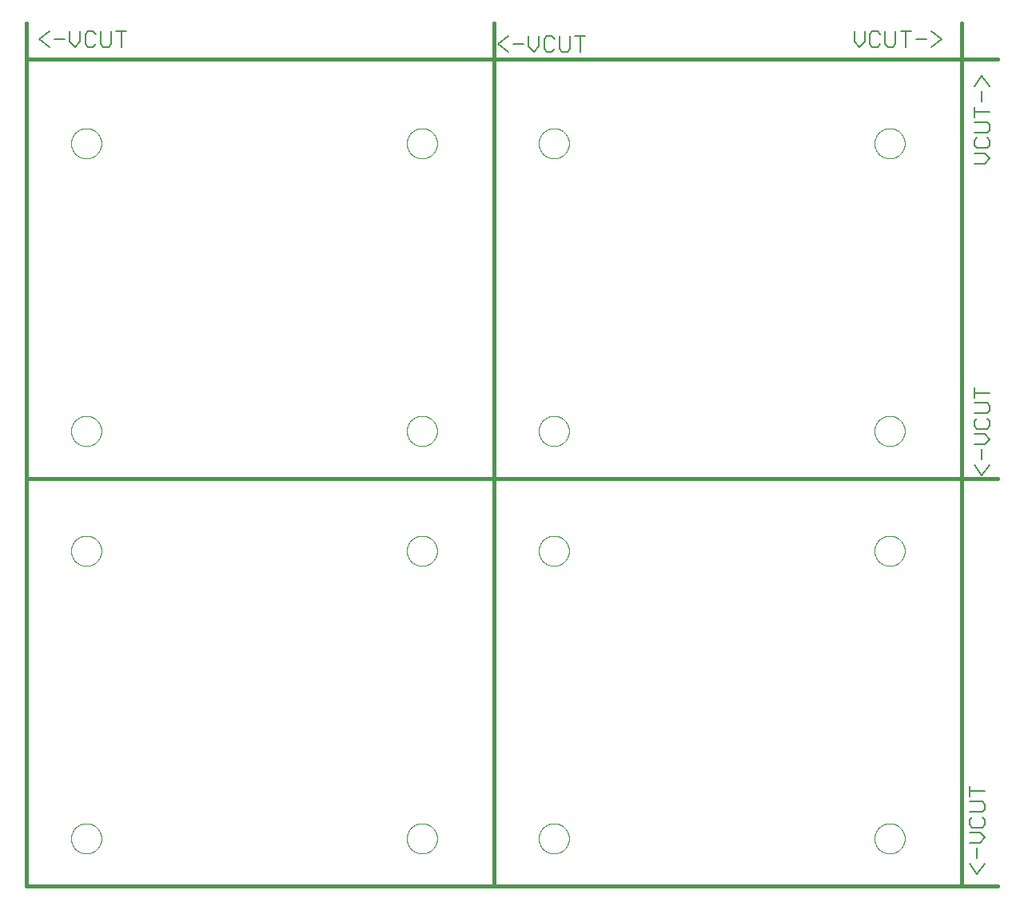
<source format=gbp>
G75*
%MOIN*%
%OFA0B0*%
%FSLAX25Y25*%
%IPPOS*%
%LPD*%
%AMOC8*
5,1,8,0,0,1.08239X$1,22.5*
%
%ADD10C,0.00000*%
%ADD11C,0.01600*%
%ADD12C,0.00600*%
D10*
X0020501Y0021800D02*
X0020503Y0021958D01*
X0020509Y0022116D01*
X0020519Y0022274D01*
X0020533Y0022432D01*
X0020551Y0022589D01*
X0020572Y0022746D01*
X0020598Y0022902D01*
X0020628Y0023058D01*
X0020661Y0023213D01*
X0020699Y0023366D01*
X0020740Y0023519D01*
X0020785Y0023671D01*
X0020834Y0023822D01*
X0020887Y0023971D01*
X0020943Y0024119D01*
X0021003Y0024265D01*
X0021067Y0024410D01*
X0021135Y0024553D01*
X0021206Y0024695D01*
X0021280Y0024835D01*
X0021358Y0024972D01*
X0021440Y0025108D01*
X0021524Y0025242D01*
X0021613Y0025373D01*
X0021704Y0025502D01*
X0021799Y0025629D01*
X0021896Y0025754D01*
X0021997Y0025876D01*
X0022101Y0025995D01*
X0022208Y0026112D01*
X0022318Y0026226D01*
X0022431Y0026337D01*
X0022546Y0026446D01*
X0022664Y0026551D01*
X0022785Y0026653D01*
X0022908Y0026753D01*
X0023034Y0026849D01*
X0023162Y0026942D01*
X0023292Y0027032D01*
X0023425Y0027118D01*
X0023560Y0027202D01*
X0023696Y0027281D01*
X0023835Y0027358D01*
X0023976Y0027430D01*
X0024118Y0027500D01*
X0024262Y0027565D01*
X0024408Y0027627D01*
X0024555Y0027685D01*
X0024704Y0027740D01*
X0024854Y0027791D01*
X0025005Y0027838D01*
X0025157Y0027881D01*
X0025310Y0027920D01*
X0025465Y0027956D01*
X0025620Y0027987D01*
X0025776Y0028015D01*
X0025932Y0028039D01*
X0026089Y0028059D01*
X0026247Y0028075D01*
X0026404Y0028087D01*
X0026563Y0028095D01*
X0026721Y0028099D01*
X0026879Y0028099D01*
X0027037Y0028095D01*
X0027196Y0028087D01*
X0027353Y0028075D01*
X0027511Y0028059D01*
X0027668Y0028039D01*
X0027824Y0028015D01*
X0027980Y0027987D01*
X0028135Y0027956D01*
X0028290Y0027920D01*
X0028443Y0027881D01*
X0028595Y0027838D01*
X0028746Y0027791D01*
X0028896Y0027740D01*
X0029045Y0027685D01*
X0029192Y0027627D01*
X0029338Y0027565D01*
X0029482Y0027500D01*
X0029624Y0027430D01*
X0029765Y0027358D01*
X0029904Y0027281D01*
X0030040Y0027202D01*
X0030175Y0027118D01*
X0030308Y0027032D01*
X0030438Y0026942D01*
X0030566Y0026849D01*
X0030692Y0026753D01*
X0030815Y0026653D01*
X0030936Y0026551D01*
X0031054Y0026446D01*
X0031169Y0026337D01*
X0031282Y0026226D01*
X0031392Y0026112D01*
X0031499Y0025995D01*
X0031603Y0025876D01*
X0031704Y0025754D01*
X0031801Y0025629D01*
X0031896Y0025502D01*
X0031987Y0025373D01*
X0032076Y0025242D01*
X0032160Y0025108D01*
X0032242Y0024972D01*
X0032320Y0024835D01*
X0032394Y0024695D01*
X0032465Y0024553D01*
X0032533Y0024410D01*
X0032597Y0024265D01*
X0032657Y0024119D01*
X0032713Y0023971D01*
X0032766Y0023822D01*
X0032815Y0023671D01*
X0032860Y0023519D01*
X0032901Y0023366D01*
X0032939Y0023213D01*
X0032972Y0023058D01*
X0033002Y0022902D01*
X0033028Y0022746D01*
X0033049Y0022589D01*
X0033067Y0022432D01*
X0033081Y0022274D01*
X0033091Y0022116D01*
X0033097Y0021958D01*
X0033099Y0021800D01*
X0033097Y0021642D01*
X0033091Y0021484D01*
X0033081Y0021326D01*
X0033067Y0021168D01*
X0033049Y0021011D01*
X0033028Y0020854D01*
X0033002Y0020698D01*
X0032972Y0020542D01*
X0032939Y0020387D01*
X0032901Y0020234D01*
X0032860Y0020081D01*
X0032815Y0019929D01*
X0032766Y0019778D01*
X0032713Y0019629D01*
X0032657Y0019481D01*
X0032597Y0019335D01*
X0032533Y0019190D01*
X0032465Y0019047D01*
X0032394Y0018905D01*
X0032320Y0018765D01*
X0032242Y0018628D01*
X0032160Y0018492D01*
X0032076Y0018358D01*
X0031987Y0018227D01*
X0031896Y0018098D01*
X0031801Y0017971D01*
X0031704Y0017846D01*
X0031603Y0017724D01*
X0031499Y0017605D01*
X0031392Y0017488D01*
X0031282Y0017374D01*
X0031169Y0017263D01*
X0031054Y0017154D01*
X0030936Y0017049D01*
X0030815Y0016947D01*
X0030692Y0016847D01*
X0030566Y0016751D01*
X0030438Y0016658D01*
X0030308Y0016568D01*
X0030175Y0016482D01*
X0030040Y0016398D01*
X0029904Y0016319D01*
X0029765Y0016242D01*
X0029624Y0016170D01*
X0029482Y0016100D01*
X0029338Y0016035D01*
X0029192Y0015973D01*
X0029045Y0015915D01*
X0028896Y0015860D01*
X0028746Y0015809D01*
X0028595Y0015762D01*
X0028443Y0015719D01*
X0028290Y0015680D01*
X0028135Y0015644D01*
X0027980Y0015613D01*
X0027824Y0015585D01*
X0027668Y0015561D01*
X0027511Y0015541D01*
X0027353Y0015525D01*
X0027196Y0015513D01*
X0027037Y0015505D01*
X0026879Y0015501D01*
X0026721Y0015501D01*
X0026563Y0015505D01*
X0026404Y0015513D01*
X0026247Y0015525D01*
X0026089Y0015541D01*
X0025932Y0015561D01*
X0025776Y0015585D01*
X0025620Y0015613D01*
X0025465Y0015644D01*
X0025310Y0015680D01*
X0025157Y0015719D01*
X0025005Y0015762D01*
X0024854Y0015809D01*
X0024704Y0015860D01*
X0024555Y0015915D01*
X0024408Y0015973D01*
X0024262Y0016035D01*
X0024118Y0016100D01*
X0023976Y0016170D01*
X0023835Y0016242D01*
X0023696Y0016319D01*
X0023560Y0016398D01*
X0023425Y0016482D01*
X0023292Y0016568D01*
X0023162Y0016658D01*
X0023034Y0016751D01*
X0022908Y0016847D01*
X0022785Y0016947D01*
X0022664Y0017049D01*
X0022546Y0017154D01*
X0022431Y0017263D01*
X0022318Y0017374D01*
X0022208Y0017488D01*
X0022101Y0017605D01*
X0021997Y0017724D01*
X0021896Y0017846D01*
X0021799Y0017971D01*
X0021704Y0018098D01*
X0021613Y0018227D01*
X0021524Y0018358D01*
X0021440Y0018492D01*
X0021358Y0018628D01*
X0021280Y0018765D01*
X0021206Y0018905D01*
X0021135Y0019047D01*
X0021067Y0019190D01*
X0021003Y0019335D01*
X0020943Y0019481D01*
X0020887Y0019629D01*
X0020834Y0019778D01*
X0020785Y0019929D01*
X0020740Y0020081D01*
X0020699Y0020234D01*
X0020661Y0020387D01*
X0020628Y0020542D01*
X0020598Y0020698D01*
X0020572Y0020854D01*
X0020551Y0021011D01*
X0020533Y0021168D01*
X0020519Y0021326D01*
X0020509Y0021484D01*
X0020503Y0021642D01*
X0020501Y0021800D01*
X0020501Y0141800D02*
X0020503Y0141958D01*
X0020509Y0142116D01*
X0020519Y0142274D01*
X0020533Y0142432D01*
X0020551Y0142589D01*
X0020572Y0142746D01*
X0020598Y0142902D01*
X0020628Y0143058D01*
X0020661Y0143213D01*
X0020699Y0143366D01*
X0020740Y0143519D01*
X0020785Y0143671D01*
X0020834Y0143822D01*
X0020887Y0143971D01*
X0020943Y0144119D01*
X0021003Y0144265D01*
X0021067Y0144410D01*
X0021135Y0144553D01*
X0021206Y0144695D01*
X0021280Y0144835D01*
X0021358Y0144972D01*
X0021440Y0145108D01*
X0021524Y0145242D01*
X0021613Y0145373D01*
X0021704Y0145502D01*
X0021799Y0145629D01*
X0021896Y0145754D01*
X0021997Y0145876D01*
X0022101Y0145995D01*
X0022208Y0146112D01*
X0022318Y0146226D01*
X0022431Y0146337D01*
X0022546Y0146446D01*
X0022664Y0146551D01*
X0022785Y0146653D01*
X0022908Y0146753D01*
X0023034Y0146849D01*
X0023162Y0146942D01*
X0023292Y0147032D01*
X0023425Y0147118D01*
X0023560Y0147202D01*
X0023696Y0147281D01*
X0023835Y0147358D01*
X0023976Y0147430D01*
X0024118Y0147500D01*
X0024262Y0147565D01*
X0024408Y0147627D01*
X0024555Y0147685D01*
X0024704Y0147740D01*
X0024854Y0147791D01*
X0025005Y0147838D01*
X0025157Y0147881D01*
X0025310Y0147920D01*
X0025465Y0147956D01*
X0025620Y0147987D01*
X0025776Y0148015D01*
X0025932Y0148039D01*
X0026089Y0148059D01*
X0026247Y0148075D01*
X0026404Y0148087D01*
X0026563Y0148095D01*
X0026721Y0148099D01*
X0026879Y0148099D01*
X0027037Y0148095D01*
X0027196Y0148087D01*
X0027353Y0148075D01*
X0027511Y0148059D01*
X0027668Y0148039D01*
X0027824Y0148015D01*
X0027980Y0147987D01*
X0028135Y0147956D01*
X0028290Y0147920D01*
X0028443Y0147881D01*
X0028595Y0147838D01*
X0028746Y0147791D01*
X0028896Y0147740D01*
X0029045Y0147685D01*
X0029192Y0147627D01*
X0029338Y0147565D01*
X0029482Y0147500D01*
X0029624Y0147430D01*
X0029765Y0147358D01*
X0029904Y0147281D01*
X0030040Y0147202D01*
X0030175Y0147118D01*
X0030308Y0147032D01*
X0030438Y0146942D01*
X0030566Y0146849D01*
X0030692Y0146753D01*
X0030815Y0146653D01*
X0030936Y0146551D01*
X0031054Y0146446D01*
X0031169Y0146337D01*
X0031282Y0146226D01*
X0031392Y0146112D01*
X0031499Y0145995D01*
X0031603Y0145876D01*
X0031704Y0145754D01*
X0031801Y0145629D01*
X0031896Y0145502D01*
X0031987Y0145373D01*
X0032076Y0145242D01*
X0032160Y0145108D01*
X0032242Y0144972D01*
X0032320Y0144835D01*
X0032394Y0144695D01*
X0032465Y0144553D01*
X0032533Y0144410D01*
X0032597Y0144265D01*
X0032657Y0144119D01*
X0032713Y0143971D01*
X0032766Y0143822D01*
X0032815Y0143671D01*
X0032860Y0143519D01*
X0032901Y0143366D01*
X0032939Y0143213D01*
X0032972Y0143058D01*
X0033002Y0142902D01*
X0033028Y0142746D01*
X0033049Y0142589D01*
X0033067Y0142432D01*
X0033081Y0142274D01*
X0033091Y0142116D01*
X0033097Y0141958D01*
X0033099Y0141800D01*
X0033097Y0141642D01*
X0033091Y0141484D01*
X0033081Y0141326D01*
X0033067Y0141168D01*
X0033049Y0141011D01*
X0033028Y0140854D01*
X0033002Y0140698D01*
X0032972Y0140542D01*
X0032939Y0140387D01*
X0032901Y0140234D01*
X0032860Y0140081D01*
X0032815Y0139929D01*
X0032766Y0139778D01*
X0032713Y0139629D01*
X0032657Y0139481D01*
X0032597Y0139335D01*
X0032533Y0139190D01*
X0032465Y0139047D01*
X0032394Y0138905D01*
X0032320Y0138765D01*
X0032242Y0138628D01*
X0032160Y0138492D01*
X0032076Y0138358D01*
X0031987Y0138227D01*
X0031896Y0138098D01*
X0031801Y0137971D01*
X0031704Y0137846D01*
X0031603Y0137724D01*
X0031499Y0137605D01*
X0031392Y0137488D01*
X0031282Y0137374D01*
X0031169Y0137263D01*
X0031054Y0137154D01*
X0030936Y0137049D01*
X0030815Y0136947D01*
X0030692Y0136847D01*
X0030566Y0136751D01*
X0030438Y0136658D01*
X0030308Y0136568D01*
X0030175Y0136482D01*
X0030040Y0136398D01*
X0029904Y0136319D01*
X0029765Y0136242D01*
X0029624Y0136170D01*
X0029482Y0136100D01*
X0029338Y0136035D01*
X0029192Y0135973D01*
X0029045Y0135915D01*
X0028896Y0135860D01*
X0028746Y0135809D01*
X0028595Y0135762D01*
X0028443Y0135719D01*
X0028290Y0135680D01*
X0028135Y0135644D01*
X0027980Y0135613D01*
X0027824Y0135585D01*
X0027668Y0135561D01*
X0027511Y0135541D01*
X0027353Y0135525D01*
X0027196Y0135513D01*
X0027037Y0135505D01*
X0026879Y0135501D01*
X0026721Y0135501D01*
X0026563Y0135505D01*
X0026404Y0135513D01*
X0026247Y0135525D01*
X0026089Y0135541D01*
X0025932Y0135561D01*
X0025776Y0135585D01*
X0025620Y0135613D01*
X0025465Y0135644D01*
X0025310Y0135680D01*
X0025157Y0135719D01*
X0025005Y0135762D01*
X0024854Y0135809D01*
X0024704Y0135860D01*
X0024555Y0135915D01*
X0024408Y0135973D01*
X0024262Y0136035D01*
X0024118Y0136100D01*
X0023976Y0136170D01*
X0023835Y0136242D01*
X0023696Y0136319D01*
X0023560Y0136398D01*
X0023425Y0136482D01*
X0023292Y0136568D01*
X0023162Y0136658D01*
X0023034Y0136751D01*
X0022908Y0136847D01*
X0022785Y0136947D01*
X0022664Y0137049D01*
X0022546Y0137154D01*
X0022431Y0137263D01*
X0022318Y0137374D01*
X0022208Y0137488D01*
X0022101Y0137605D01*
X0021997Y0137724D01*
X0021896Y0137846D01*
X0021799Y0137971D01*
X0021704Y0138098D01*
X0021613Y0138227D01*
X0021524Y0138358D01*
X0021440Y0138492D01*
X0021358Y0138628D01*
X0021280Y0138765D01*
X0021206Y0138905D01*
X0021135Y0139047D01*
X0021067Y0139190D01*
X0021003Y0139335D01*
X0020943Y0139481D01*
X0020887Y0139629D01*
X0020834Y0139778D01*
X0020785Y0139929D01*
X0020740Y0140081D01*
X0020699Y0140234D01*
X0020661Y0140387D01*
X0020628Y0140542D01*
X0020598Y0140698D01*
X0020572Y0140854D01*
X0020551Y0141011D01*
X0020533Y0141168D01*
X0020519Y0141326D01*
X0020509Y0141484D01*
X0020503Y0141642D01*
X0020501Y0141800D01*
X0001800Y0171761D02*
X0195501Y0171761D01*
X0196800Y0171761D02*
X0390501Y0171761D01*
X0355501Y0191800D02*
X0355503Y0191958D01*
X0355509Y0192116D01*
X0355519Y0192274D01*
X0355533Y0192432D01*
X0355551Y0192589D01*
X0355572Y0192746D01*
X0355598Y0192902D01*
X0355628Y0193058D01*
X0355661Y0193213D01*
X0355699Y0193366D01*
X0355740Y0193519D01*
X0355785Y0193671D01*
X0355834Y0193822D01*
X0355887Y0193971D01*
X0355943Y0194119D01*
X0356003Y0194265D01*
X0356067Y0194410D01*
X0356135Y0194553D01*
X0356206Y0194695D01*
X0356280Y0194835D01*
X0356358Y0194972D01*
X0356440Y0195108D01*
X0356524Y0195242D01*
X0356613Y0195373D01*
X0356704Y0195502D01*
X0356799Y0195629D01*
X0356896Y0195754D01*
X0356997Y0195876D01*
X0357101Y0195995D01*
X0357208Y0196112D01*
X0357318Y0196226D01*
X0357431Y0196337D01*
X0357546Y0196446D01*
X0357664Y0196551D01*
X0357785Y0196653D01*
X0357908Y0196753D01*
X0358034Y0196849D01*
X0358162Y0196942D01*
X0358292Y0197032D01*
X0358425Y0197118D01*
X0358560Y0197202D01*
X0358696Y0197281D01*
X0358835Y0197358D01*
X0358976Y0197430D01*
X0359118Y0197500D01*
X0359262Y0197565D01*
X0359408Y0197627D01*
X0359555Y0197685D01*
X0359704Y0197740D01*
X0359854Y0197791D01*
X0360005Y0197838D01*
X0360157Y0197881D01*
X0360310Y0197920D01*
X0360465Y0197956D01*
X0360620Y0197987D01*
X0360776Y0198015D01*
X0360932Y0198039D01*
X0361089Y0198059D01*
X0361247Y0198075D01*
X0361404Y0198087D01*
X0361563Y0198095D01*
X0361721Y0198099D01*
X0361879Y0198099D01*
X0362037Y0198095D01*
X0362196Y0198087D01*
X0362353Y0198075D01*
X0362511Y0198059D01*
X0362668Y0198039D01*
X0362824Y0198015D01*
X0362980Y0197987D01*
X0363135Y0197956D01*
X0363290Y0197920D01*
X0363443Y0197881D01*
X0363595Y0197838D01*
X0363746Y0197791D01*
X0363896Y0197740D01*
X0364045Y0197685D01*
X0364192Y0197627D01*
X0364338Y0197565D01*
X0364482Y0197500D01*
X0364624Y0197430D01*
X0364765Y0197358D01*
X0364904Y0197281D01*
X0365040Y0197202D01*
X0365175Y0197118D01*
X0365308Y0197032D01*
X0365438Y0196942D01*
X0365566Y0196849D01*
X0365692Y0196753D01*
X0365815Y0196653D01*
X0365936Y0196551D01*
X0366054Y0196446D01*
X0366169Y0196337D01*
X0366282Y0196226D01*
X0366392Y0196112D01*
X0366499Y0195995D01*
X0366603Y0195876D01*
X0366704Y0195754D01*
X0366801Y0195629D01*
X0366896Y0195502D01*
X0366987Y0195373D01*
X0367076Y0195242D01*
X0367160Y0195108D01*
X0367242Y0194972D01*
X0367320Y0194835D01*
X0367394Y0194695D01*
X0367465Y0194553D01*
X0367533Y0194410D01*
X0367597Y0194265D01*
X0367657Y0194119D01*
X0367713Y0193971D01*
X0367766Y0193822D01*
X0367815Y0193671D01*
X0367860Y0193519D01*
X0367901Y0193366D01*
X0367939Y0193213D01*
X0367972Y0193058D01*
X0368002Y0192902D01*
X0368028Y0192746D01*
X0368049Y0192589D01*
X0368067Y0192432D01*
X0368081Y0192274D01*
X0368091Y0192116D01*
X0368097Y0191958D01*
X0368099Y0191800D01*
X0368097Y0191642D01*
X0368091Y0191484D01*
X0368081Y0191326D01*
X0368067Y0191168D01*
X0368049Y0191011D01*
X0368028Y0190854D01*
X0368002Y0190698D01*
X0367972Y0190542D01*
X0367939Y0190387D01*
X0367901Y0190234D01*
X0367860Y0190081D01*
X0367815Y0189929D01*
X0367766Y0189778D01*
X0367713Y0189629D01*
X0367657Y0189481D01*
X0367597Y0189335D01*
X0367533Y0189190D01*
X0367465Y0189047D01*
X0367394Y0188905D01*
X0367320Y0188765D01*
X0367242Y0188628D01*
X0367160Y0188492D01*
X0367076Y0188358D01*
X0366987Y0188227D01*
X0366896Y0188098D01*
X0366801Y0187971D01*
X0366704Y0187846D01*
X0366603Y0187724D01*
X0366499Y0187605D01*
X0366392Y0187488D01*
X0366282Y0187374D01*
X0366169Y0187263D01*
X0366054Y0187154D01*
X0365936Y0187049D01*
X0365815Y0186947D01*
X0365692Y0186847D01*
X0365566Y0186751D01*
X0365438Y0186658D01*
X0365308Y0186568D01*
X0365175Y0186482D01*
X0365040Y0186398D01*
X0364904Y0186319D01*
X0364765Y0186242D01*
X0364624Y0186170D01*
X0364482Y0186100D01*
X0364338Y0186035D01*
X0364192Y0185973D01*
X0364045Y0185915D01*
X0363896Y0185860D01*
X0363746Y0185809D01*
X0363595Y0185762D01*
X0363443Y0185719D01*
X0363290Y0185680D01*
X0363135Y0185644D01*
X0362980Y0185613D01*
X0362824Y0185585D01*
X0362668Y0185561D01*
X0362511Y0185541D01*
X0362353Y0185525D01*
X0362196Y0185513D01*
X0362037Y0185505D01*
X0361879Y0185501D01*
X0361721Y0185501D01*
X0361563Y0185505D01*
X0361404Y0185513D01*
X0361247Y0185525D01*
X0361089Y0185541D01*
X0360932Y0185561D01*
X0360776Y0185585D01*
X0360620Y0185613D01*
X0360465Y0185644D01*
X0360310Y0185680D01*
X0360157Y0185719D01*
X0360005Y0185762D01*
X0359854Y0185809D01*
X0359704Y0185860D01*
X0359555Y0185915D01*
X0359408Y0185973D01*
X0359262Y0186035D01*
X0359118Y0186100D01*
X0358976Y0186170D01*
X0358835Y0186242D01*
X0358696Y0186319D01*
X0358560Y0186398D01*
X0358425Y0186482D01*
X0358292Y0186568D01*
X0358162Y0186658D01*
X0358034Y0186751D01*
X0357908Y0186847D01*
X0357785Y0186947D01*
X0357664Y0187049D01*
X0357546Y0187154D01*
X0357431Y0187263D01*
X0357318Y0187374D01*
X0357208Y0187488D01*
X0357101Y0187605D01*
X0356997Y0187724D01*
X0356896Y0187846D01*
X0356799Y0187971D01*
X0356704Y0188098D01*
X0356613Y0188227D01*
X0356524Y0188358D01*
X0356440Y0188492D01*
X0356358Y0188628D01*
X0356280Y0188765D01*
X0356206Y0188905D01*
X0356135Y0189047D01*
X0356067Y0189190D01*
X0356003Y0189335D01*
X0355943Y0189481D01*
X0355887Y0189629D01*
X0355834Y0189778D01*
X0355785Y0189929D01*
X0355740Y0190081D01*
X0355699Y0190234D01*
X0355661Y0190387D01*
X0355628Y0190542D01*
X0355598Y0190698D01*
X0355572Y0190854D01*
X0355551Y0191011D01*
X0355533Y0191168D01*
X0355519Y0191326D01*
X0355509Y0191484D01*
X0355503Y0191642D01*
X0355501Y0191800D01*
X0355501Y0141800D02*
X0355503Y0141958D01*
X0355509Y0142116D01*
X0355519Y0142274D01*
X0355533Y0142432D01*
X0355551Y0142589D01*
X0355572Y0142746D01*
X0355598Y0142902D01*
X0355628Y0143058D01*
X0355661Y0143213D01*
X0355699Y0143366D01*
X0355740Y0143519D01*
X0355785Y0143671D01*
X0355834Y0143822D01*
X0355887Y0143971D01*
X0355943Y0144119D01*
X0356003Y0144265D01*
X0356067Y0144410D01*
X0356135Y0144553D01*
X0356206Y0144695D01*
X0356280Y0144835D01*
X0356358Y0144972D01*
X0356440Y0145108D01*
X0356524Y0145242D01*
X0356613Y0145373D01*
X0356704Y0145502D01*
X0356799Y0145629D01*
X0356896Y0145754D01*
X0356997Y0145876D01*
X0357101Y0145995D01*
X0357208Y0146112D01*
X0357318Y0146226D01*
X0357431Y0146337D01*
X0357546Y0146446D01*
X0357664Y0146551D01*
X0357785Y0146653D01*
X0357908Y0146753D01*
X0358034Y0146849D01*
X0358162Y0146942D01*
X0358292Y0147032D01*
X0358425Y0147118D01*
X0358560Y0147202D01*
X0358696Y0147281D01*
X0358835Y0147358D01*
X0358976Y0147430D01*
X0359118Y0147500D01*
X0359262Y0147565D01*
X0359408Y0147627D01*
X0359555Y0147685D01*
X0359704Y0147740D01*
X0359854Y0147791D01*
X0360005Y0147838D01*
X0360157Y0147881D01*
X0360310Y0147920D01*
X0360465Y0147956D01*
X0360620Y0147987D01*
X0360776Y0148015D01*
X0360932Y0148039D01*
X0361089Y0148059D01*
X0361247Y0148075D01*
X0361404Y0148087D01*
X0361563Y0148095D01*
X0361721Y0148099D01*
X0361879Y0148099D01*
X0362037Y0148095D01*
X0362196Y0148087D01*
X0362353Y0148075D01*
X0362511Y0148059D01*
X0362668Y0148039D01*
X0362824Y0148015D01*
X0362980Y0147987D01*
X0363135Y0147956D01*
X0363290Y0147920D01*
X0363443Y0147881D01*
X0363595Y0147838D01*
X0363746Y0147791D01*
X0363896Y0147740D01*
X0364045Y0147685D01*
X0364192Y0147627D01*
X0364338Y0147565D01*
X0364482Y0147500D01*
X0364624Y0147430D01*
X0364765Y0147358D01*
X0364904Y0147281D01*
X0365040Y0147202D01*
X0365175Y0147118D01*
X0365308Y0147032D01*
X0365438Y0146942D01*
X0365566Y0146849D01*
X0365692Y0146753D01*
X0365815Y0146653D01*
X0365936Y0146551D01*
X0366054Y0146446D01*
X0366169Y0146337D01*
X0366282Y0146226D01*
X0366392Y0146112D01*
X0366499Y0145995D01*
X0366603Y0145876D01*
X0366704Y0145754D01*
X0366801Y0145629D01*
X0366896Y0145502D01*
X0366987Y0145373D01*
X0367076Y0145242D01*
X0367160Y0145108D01*
X0367242Y0144972D01*
X0367320Y0144835D01*
X0367394Y0144695D01*
X0367465Y0144553D01*
X0367533Y0144410D01*
X0367597Y0144265D01*
X0367657Y0144119D01*
X0367713Y0143971D01*
X0367766Y0143822D01*
X0367815Y0143671D01*
X0367860Y0143519D01*
X0367901Y0143366D01*
X0367939Y0143213D01*
X0367972Y0143058D01*
X0368002Y0142902D01*
X0368028Y0142746D01*
X0368049Y0142589D01*
X0368067Y0142432D01*
X0368081Y0142274D01*
X0368091Y0142116D01*
X0368097Y0141958D01*
X0368099Y0141800D01*
X0368097Y0141642D01*
X0368091Y0141484D01*
X0368081Y0141326D01*
X0368067Y0141168D01*
X0368049Y0141011D01*
X0368028Y0140854D01*
X0368002Y0140698D01*
X0367972Y0140542D01*
X0367939Y0140387D01*
X0367901Y0140234D01*
X0367860Y0140081D01*
X0367815Y0139929D01*
X0367766Y0139778D01*
X0367713Y0139629D01*
X0367657Y0139481D01*
X0367597Y0139335D01*
X0367533Y0139190D01*
X0367465Y0139047D01*
X0367394Y0138905D01*
X0367320Y0138765D01*
X0367242Y0138628D01*
X0367160Y0138492D01*
X0367076Y0138358D01*
X0366987Y0138227D01*
X0366896Y0138098D01*
X0366801Y0137971D01*
X0366704Y0137846D01*
X0366603Y0137724D01*
X0366499Y0137605D01*
X0366392Y0137488D01*
X0366282Y0137374D01*
X0366169Y0137263D01*
X0366054Y0137154D01*
X0365936Y0137049D01*
X0365815Y0136947D01*
X0365692Y0136847D01*
X0365566Y0136751D01*
X0365438Y0136658D01*
X0365308Y0136568D01*
X0365175Y0136482D01*
X0365040Y0136398D01*
X0364904Y0136319D01*
X0364765Y0136242D01*
X0364624Y0136170D01*
X0364482Y0136100D01*
X0364338Y0136035D01*
X0364192Y0135973D01*
X0364045Y0135915D01*
X0363896Y0135860D01*
X0363746Y0135809D01*
X0363595Y0135762D01*
X0363443Y0135719D01*
X0363290Y0135680D01*
X0363135Y0135644D01*
X0362980Y0135613D01*
X0362824Y0135585D01*
X0362668Y0135561D01*
X0362511Y0135541D01*
X0362353Y0135525D01*
X0362196Y0135513D01*
X0362037Y0135505D01*
X0361879Y0135501D01*
X0361721Y0135501D01*
X0361563Y0135505D01*
X0361404Y0135513D01*
X0361247Y0135525D01*
X0361089Y0135541D01*
X0360932Y0135561D01*
X0360776Y0135585D01*
X0360620Y0135613D01*
X0360465Y0135644D01*
X0360310Y0135680D01*
X0360157Y0135719D01*
X0360005Y0135762D01*
X0359854Y0135809D01*
X0359704Y0135860D01*
X0359555Y0135915D01*
X0359408Y0135973D01*
X0359262Y0136035D01*
X0359118Y0136100D01*
X0358976Y0136170D01*
X0358835Y0136242D01*
X0358696Y0136319D01*
X0358560Y0136398D01*
X0358425Y0136482D01*
X0358292Y0136568D01*
X0358162Y0136658D01*
X0358034Y0136751D01*
X0357908Y0136847D01*
X0357785Y0136947D01*
X0357664Y0137049D01*
X0357546Y0137154D01*
X0357431Y0137263D01*
X0357318Y0137374D01*
X0357208Y0137488D01*
X0357101Y0137605D01*
X0356997Y0137724D01*
X0356896Y0137846D01*
X0356799Y0137971D01*
X0356704Y0138098D01*
X0356613Y0138227D01*
X0356524Y0138358D01*
X0356440Y0138492D01*
X0356358Y0138628D01*
X0356280Y0138765D01*
X0356206Y0138905D01*
X0356135Y0139047D01*
X0356067Y0139190D01*
X0356003Y0139335D01*
X0355943Y0139481D01*
X0355887Y0139629D01*
X0355834Y0139778D01*
X0355785Y0139929D01*
X0355740Y0140081D01*
X0355699Y0140234D01*
X0355661Y0140387D01*
X0355628Y0140542D01*
X0355598Y0140698D01*
X0355572Y0140854D01*
X0355551Y0141011D01*
X0355533Y0141168D01*
X0355519Y0141326D01*
X0355509Y0141484D01*
X0355503Y0141642D01*
X0355501Y0141800D01*
X0355501Y0021800D02*
X0355503Y0021958D01*
X0355509Y0022116D01*
X0355519Y0022274D01*
X0355533Y0022432D01*
X0355551Y0022589D01*
X0355572Y0022746D01*
X0355598Y0022902D01*
X0355628Y0023058D01*
X0355661Y0023213D01*
X0355699Y0023366D01*
X0355740Y0023519D01*
X0355785Y0023671D01*
X0355834Y0023822D01*
X0355887Y0023971D01*
X0355943Y0024119D01*
X0356003Y0024265D01*
X0356067Y0024410D01*
X0356135Y0024553D01*
X0356206Y0024695D01*
X0356280Y0024835D01*
X0356358Y0024972D01*
X0356440Y0025108D01*
X0356524Y0025242D01*
X0356613Y0025373D01*
X0356704Y0025502D01*
X0356799Y0025629D01*
X0356896Y0025754D01*
X0356997Y0025876D01*
X0357101Y0025995D01*
X0357208Y0026112D01*
X0357318Y0026226D01*
X0357431Y0026337D01*
X0357546Y0026446D01*
X0357664Y0026551D01*
X0357785Y0026653D01*
X0357908Y0026753D01*
X0358034Y0026849D01*
X0358162Y0026942D01*
X0358292Y0027032D01*
X0358425Y0027118D01*
X0358560Y0027202D01*
X0358696Y0027281D01*
X0358835Y0027358D01*
X0358976Y0027430D01*
X0359118Y0027500D01*
X0359262Y0027565D01*
X0359408Y0027627D01*
X0359555Y0027685D01*
X0359704Y0027740D01*
X0359854Y0027791D01*
X0360005Y0027838D01*
X0360157Y0027881D01*
X0360310Y0027920D01*
X0360465Y0027956D01*
X0360620Y0027987D01*
X0360776Y0028015D01*
X0360932Y0028039D01*
X0361089Y0028059D01*
X0361247Y0028075D01*
X0361404Y0028087D01*
X0361563Y0028095D01*
X0361721Y0028099D01*
X0361879Y0028099D01*
X0362037Y0028095D01*
X0362196Y0028087D01*
X0362353Y0028075D01*
X0362511Y0028059D01*
X0362668Y0028039D01*
X0362824Y0028015D01*
X0362980Y0027987D01*
X0363135Y0027956D01*
X0363290Y0027920D01*
X0363443Y0027881D01*
X0363595Y0027838D01*
X0363746Y0027791D01*
X0363896Y0027740D01*
X0364045Y0027685D01*
X0364192Y0027627D01*
X0364338Y0027565D01*
X0364482Y0027500D01*
X0364624Y0027430D01*
X0364765Y0027358D01*
X0364904Y0027281D01*
X0365040Y0027202D01*
X0365175Y0027118D01*
X0365308Y0027032D01*
X0365438Y0026942D01*
X0365566Y0026849D01*
X0365692Y0026753D01*
X0365815Y0026653D01*
X0365936Y0026551D01*
X0366054Y0026446D01*
X0366169Y0026337D01*
X0366282Y0026226D01*
X0366392Y0026112D01*
X0366499Y0025995D01*
X0366603Y0025876D01*
X0366704Y0025754D01*
X0366801Y0025629D01*
X0366896Y0025502D01*
X0366987Y0025373D01*
X0367076Y0025242D01*
X0367160Y0025108D01*
X0367242Y0024972D01*
X0367320Y0024835D01*
X0367394Y0024695D01*
X0367465Y0024553D01*
X0367533Y0024410D01*
X0367597Y0024265D01*
X0367657Y0024119D01*
X0367713Y0023971D01*
X0367766Y0023822D01*
X0367815Y0023671D01*
X0367860Y0023519D01*
X0367901Y0023366D01*
X0367939Y0023213D01*
X0367972Y0023058D01*
X0368002Y0022902D01*
X0368028Y0022746D01*
X0368049Y0022589D01*
X0368067Y0022432D01*
X0368081Y0022274D01*
X0368091Y0022116D01*
X0368097Y0021958D01*
X0368099Y0021800D01*
X0368097Y0021642D01*
X0368091Y0021484D01*
X0368081Y0021326D01*
X0368067Y0021168D01*
X0368049Y0021011D01*
X0368028Y0020854D01*
X0368002Y0020698D01*
X0367972Y0020542D01*
X0367939Y0020387D01*
X0367901Y0020234D01*
X0367860Y0020081D01*
X0367815Y0019929D01*
X0367766Y0019778D01*
X0367713Y0019629D01*
X0367657Y0019481D01*
X0367597Y0019335D01*
X0367533Y0019190D01*
X0367465Y0019047D01*
X0367394Y0018905D01*
X0367320Y0018765D01*
X0367242Y0018628D01*
X0367160Y0018492D01*
X0367076Y0018358D01*
X0366987Y0018227D01*
X0366896Y0018098D01*
X0366801Y0017971D01*
X0366704Y0017846D01*
X0366603Y0017724D01*
X0366499Y0017605D01*
X0366392Y0017488D01*
X0366282Y0017374D01*
X0366169Y0017263D01*
X0366054Y0017154D01*
X0365936Y0017049D01*
X0365815Y0016947D01*
X0365692Y0016847D01*
X0365566Y0016751D01*
X0365438Y0016658D01*
X0365308Y0016568D01*
X0365175Y0016482D01*
X0365040Y0016398D01*
X0364904Y0016319D01*
X0364765Y0016242D01*
X0364624Y0016170D01*
X0364482Y0016100D01*
X0364338Y0016035D01*
X0364192Y0015973D01*
X0364045Y0015915D01*
X0363896Y0015860D01*
X0363746Y0015809D01*
X0363595Y0015762D01*
X0363443Y0015719D01*
X0363290Y0015680D01*
X0363135Y0015644D01*
X0362980Y0015613D01*
X0362824Y0015585D01*
X0362668Y0015561D01*
X0362511Y0015541D01*
X0362353Y0015525D01*
X0362196Y0015513D01*
X0362037Y0015505D01*
X0361879Y0015501D01*
X0361721Y0015501D01*
X0361563Y0015505D01*
X0361404Y0015513D01*
X0361247Y0015525D01*
X0361089Y0015541D01*
X0360932Y0015561D01*
X0360776Y0015585D01*
X0360620Y0015613D01*
X0360465Y0015644D01*
X0360310Y0015680D01*
X0360157Y0015719D01*
X0360005Y0015762D01*
X0359854Y0015809D01*
X0359704Y0015860D01*
X0359555Y0015915D01*
X0359408Y0015973D01*
X0359262Y0016035D01*
X0359118Y0016100D01*
X0358976Y0016170D01*
X0358835Y0016242D01*
X0358696Y0016319D01*
X0358560Y0016398D01*
X0358425Y0016482D01*
X0358292Y0016568D01*
X0358162Y0016658D01*
X0358034Y0016751D01*
X0357908Y0016847D01*
X0357785Y0016947D01*
X0357664Y0017049D01*
X0357546Y0017154D01*
X0357431Y0017263D01*
X0357318Y0017374D01*
X0357208Y0017488D01*
X0357101Y0017605D01*
X0356997Y0017724D01*
X0356896Y0017846D01*
X0356799Y0017971D01*
X0356704Y0018098D01*
X0356613Y0018227D01*
X0356524Y0018358D01*
X0356440Y0018492D01*
X0356358Y0018628D01*
X0356280Y0018765D01*
X0356206Y0018905D01*
X0356135Y0019047D01*
X0356067Y0019190D01*
X0356003Y0019335D01*
X0355943Y0019481D01*
X0355887Y0019629D01*
X0355834Y0019778D01*
X0355785Y0019929D01*
X0355740Y0020081D01*
X0355699Y0020234D01*
X0355661Y0020387D01*
X0355628Y0020542D01*
X0355598Y0020698D01*
X0355572Y0020854D01*
X0355551Y0021011D01*
X0355533Y0021168D01*
X0355519Y0021326D01*
X0355509Y0021484D01*
X0355503Y0021642D01*
X0355501Y0021800D01*
X0215501Y0021800D02*
X0215503Y0021958D01*
X0215509Y0022116D01*
X0215519Y0022274D01*
X0215533Y0022432D01*
X0215551Y0022589D01*
X0215572Y0022746D01*
X0215598Y0022902D01*
X0215628Y0023058D01*
X0215661Y0023213D01*
X0215699Y0023366D01*
X0215740Y0023519D01*
X0215785Y0023671D01*
X0215834Y0023822D01*
X0215887Y0023971D01*
X0215943Y0024119D01*
X0216003Y0024265D01*
X0216067Y0024410D01*
X0216135Y0024553D01*
X0216206Y0024695D01*
X0216280Y0024835D01*
X0216358Y0024972D01*
X0216440Y0025108D01*
X0216524Y0025242D01*
X0216613Y0025373D01*
X0216704Y0025502D01*
X0216799Y0025629D01*
X0216896Y0025754D01*
X0216997Y0025876D01*
X0217101Y0025995D01*
X0217208Y0026112D01*
X0217318Y0026226D01*
X0217431Y0026337D01*
X0217546Y0026446D01*
X0217664Y0026551D01*
X0217785Y0026653D01*
X0217908Y0026753D01*
X0218034Y0026849D01*
X0218162Y0026942D01*
X0218292Y0027032D01*
X0218425Y0027118D01*
X0218560Y0027202D01*
X0218696Y0027281D01*
X0218835Y0027358D01*
X0218976Y0027430D01*
X0219118Y0027500D01*
X0219262Y0027565D01*
X0219408Y0027627D01*
X0219555Y0027685D01*
X0219704Y0027740D01*
X0219854Y0027791D01*
X0220005Y0027838D01*
X0220157Y0027881D01*
X0220310Y0027920D01*
X0220465Y0027956D01*
X0220620Y0027987D01*
X0220776Y0028015D01*
X0220932Y0028039D01*
X0221089Y0028059D01*
X0221247Y0028075D01*
X0221404Y0028087D01*
X0221563Y0028095D01*
X0221721Y0028099D01*
X0221879Y0028099D01*
X0222037Y0028095D01*
X0222196Y0028087D01*
X0222353Y0028075D01*
X0222511Y0028059D01*
X0222668Y0028039D01*
X0222824Y0028015D01*
X0222980Y0027987D01*
X0223135Y0027956D01*
X0223290Y0027920D01*
X0223443Y0027881D01*
X0223595Y0027838D01*
X0223746Y0027791D01*
X0223896Y0027740D01*
X0224045Y0027685D01*
X0224192Y0027627D01*
X0224338Y0027565D01*
X0224482Y0027500D01*
X0224624Y0027430D01*
X0224765Y0027358D01*
X0224904Y0027281D01*
X0225040Y0027202D01*
X0225175Y0027118D01*
X0225308Y0027032D01*
X0225438Y0026942D01*
X0225566Y0026849D01*
X0225692Y0026753D01*
X0225815Y0026653D01*
X0225936Y0026551D01*
X0226054Y0026446D01*
X0226169Y0026337D01*
X0226282Y0026226D01*
X0226392Y0026112D01*
X0226499Y0025995D01*
X0226603Y0025876D01*
X0226704Y0025754D01*
X0226801Y0025629D01*
X0226896Y0025502D01*
X0226987Y0025373D01*
X0227076Y0025242D01*
X0227160Y0025108D01*
X0227242Y0024972D01*
X0227320Y0024835D01*
X0227394Y0024695D01*
X0227465Y0024553D01*
X0227533Y0024410D01*
X0227597Y0024265D01*
X0227657Y0024119D01*
X0227713Y0023971D01*
X0227766Y0023822D01*
X0227815Y0023671D01*
X0227860Y0023519D01*
X0227901Y0023366D01*
X0227939Y0023213D01*
X0227972Y0023058D01*
X0228002Y0022902D01*
X0228028Y0022746D01*
X0228049Y0022589D01*
X0228067Y0022432D01*
X0228081Y0022274D01*
X0228091Y0022116D01*
X0228097Y0021958D01*
X0228099Y0021800D01*
X0228097Y0021642D01*
X0228091Y0021484D01*
X0228081Y0021326D01*
X0228067Y0021168D01*
X0228049Y0021011D01*
X0228028Y0020854D01*
X0228002Y0020698D01*
X0227972Y0020542D01*
X0227939Y0020387D01*
X0227901Y0020234D01*
X0227860Y0020081D01*
X0227815Y0019929D01*
X0227766Y0019778D01*
X0227713Y0019629D01*
X0227657Y0019481D01*
X0227597Y0019335D01*
X0227533Y0019190D01*
X0227465Y0019047D01*
X0227394Y0018905D01*
X0227320Y0018765D01*
X0227242Y0018628D01*
X0227160Y0018492D01*
X0227076Y0018358D01*
X0226987Y0018227D01*
X0226896Y0018098D01*
X0226801Y0017971D01*
X0226704Y0017846D01*
X0226603Y0017724D01*
X0226499Y0017605D01*
X0226392Y0017488D01*
X0226282Y0017374D01*
X0226169Y0017263D01*
X0226054Y0017154D01*
X0225936Y0017049D01*
X0225815Y0016947D01*
X0225692Y0016847D01*
X0225566Y0016751D01*
X0225438Y0016658D01*
X0225308Y0016568D01*
X0225175Y0016482D01*
X0225040Y0016398D01*
X0224904Y0016319D01*
X0224765Y0016242D01*
X0224624Y0016170D01*
X0224482Y0016100D01*
X0224338Y0016035D01*
X0224192Y0015973D01*
X0224045Y0015915D01*
X0223896Y0015860D01*
X0223746Y0015809D01*
X0223595Y0015762D01*
X0223443Y0015719D01*
X0223290Y0015680D01*
X0223135Y0015644D01*
X0222980Y0015613D01*
X0222824Y0015585D01*
X0222668Y0015561D01*
X0222511Y0015541D01*
X0222353Y0015525D01*
X0222196Y0015513D01*
X0222037Y0015505D01*
X0221879Y0015501D01*
X0221721Y0015501D01*
X0221563Y0015505D01*
X0221404Y0015513D01*
X0221247Y0015525D01*
X0221089Y0015541D01*
X0220932Y0015561D01*
X0220776Y0015585D01*
X0220620Y0015613D01*
X0220465Y0015644D01*
X0220310Y0015680D01*
X0220157Y0015719D01*
X0220005Y0015762D01*
X0219854Y0015809D01*
X0219704Y0015860D01*
X0219555Y0015915D01*
X0219408Y0015973D01*
X0219262Y0016035D01*
X0219118Y0016100D01*
X0218976Y0016170D01*
X0218835Y0016242D01*
X0218696Y0016319D01*
X0218560Y0016398D01*
X0218425Y0016482D01*
X0218292Y0016568D01*
X0218162Y0016658D01*
X0218034Y0016751D01*
X0217908Y0016847D01*
X0217785Y0016947D01*
X0217664Y0017049D01*
X0217546Y0017154D01*
X0217431Y0017263D01*
X0217318Y0017374D01*
X0217208Y0017488D01*
X0217101Y0017605D01*
X0216997Y0017724D01*
X0216896Y0017846D01*
X0216799Y0017971D01*
X0216704Y0018098D01*
X0216613Y0018227D01*
X0216524Y0018358D01*
X0216440Y0018492D01*
X0216358Y0018628D01*
X0216280Y0018765D01*
X0216206Y0018905D01*
X0216135Y0019047D01*
X0216067Y0019190D01*
X0216003Y0019335D01*
X0215943Y0019481D01*
X0215887Y0019629D01*
X0215834Y0019778D01*
X0215785Y0019929D01*
X0215740Y0020081D01*
X0215699Y0020234D01*
X0215661Y0020387D01*
X0215628Y0020542D01*
X0215598Y0020698D01*
X0215572Y0020854D01*
X0215551Y0021011D01*
X0215533Y0021168D01*
X0215519Y0021326D01*
X0215509Y0021484D01*
X0215503Y0021642D01*
X0215501Y0021800D01*
X0160501Y0021800D02*
X0160503Y0021958D01*
X0160509Y0022116D01*
X0160519Y0022274D01*
X0160533Y0022432D01*
X0160551Y0022589D01*
X0160572Y0022746D01*
X0160598Y0022902D01*
X0160628Y0023058D01*
X0160661Y0023213D01*
X0160699Y0023366D01*
X0160740Y0023519D01*
X0160785Y0023671D01*
X0160834Y0023822D01*
X0160887Y0023971D01*
X0160943Y0024119D01*
X0161003Y0024265D01*
X0161067Y0024410D01*
X0161135Y0024553D01*
X0161206Y0024695D01*
X0161280Y0024835D01*
X0161358Y0024972D01*
X0161440Y0025108D01*
X0161524Y0025242D01*
X0161613Y0025373D01*
X0161704Y0025502D01*
X0161799Y0025629D01*
X0161896Y0025754D01*
X0161997Y0025876D01*
X0162101Y0025995D01*
X0162208Y0026112D01*
X0162318Y0026226D01*
X0162431Y0026337D01*
X0162546Y0026446D01*
X0162664Y0026551D01*
X0162785Y0026653D01*
X0162908Y0026753D01*
X0163034Y0026849D01*
X0163162Y0026942D01*
X0163292Y0027032D01*
X0163425Y0027118D01*
X0163560Y0027202D01*
X0163696Y0027281D01*
X0163835Y0027358D01*
X0163976Y0027430D01*
X0164118Y0027500D01*
X0164262Y0027565D01*
X0164408Y0027627D01*
X0164555Y0027685D01*
X0164704Y0027740D01*
X0164854Y0027791D01*
X0165005Y0027838D01*
X0165157Y0027881D01*
X0165310Y0027920D01*
X0165465Y0027956D01*
X0165620Y0027987D01*
X0165776Y0028015D01*
X0165932Y0028039D01*
X0166089Y0028059D01*
X0166247Y0028075D01*
X0166404Y0028087D01*
X0166563Y0028095D01*
X0166721Y0028099D01*
X0166879Y0028099D01*
X0167037Y0028095D01*
X0167196Y0028087D01*
X0167353Y0028075D01*
X0167511Y0028059D01*
X0167668Y0028039D01*
X0167824Y0028015D01*
X0167980Y0027987D01*
X0168135Y0027956D01*
X0168290Y0027920D01*
X0168443Y0027881D01*
X0168595Y0027838D01*
X0168746Y0027791D01*
X0168896Y0027740D01*
X0169045Y0027685D01*
X0169192Y0027627D01*
X0169338Y0027565D01*
X0169482Y0027500D01*
X0169624Y0027430D01*
X0169765Y0027358D01*
X0169904Y0027281D01*
X0170040Y0027202D01*
X0170175Y0027118D01*
X0170308Y0027032D01*
X0170438Y0026942D01*
X0170566Y0026849D01*
X0170692Y0026753D01*
X0170815Y0026653D01*
X0170936Y0026551D01*
X0171054Y0026446D01*
X0171169Y0026337D01*
X0171282Y0026226D01*
X0171392Y0026112D01*
X0171499Y0025995D01*
X0171603Y0025876D01*
X0171704Y0025754D01*
X0171801Y0025629D01*
X0171896Y0025502D01*
X0171987Y0025373D01*
X0172076Y0025242D01*
X0172160Y0025108D01*
X0172242Y0024972D01*
X0172320Y0024835D01*
X0172394Y0024695D01*
X0172465Y0024553D01*
X0172533Y0024410D01*
X0172597Y0024265D01*
X0172657Y0024119D01*
X0172713Y0023971D01*
X0172766Y0023822D01*
X0172815Y0023671D01*
X0172860Y0023519D01*
X0172901Y0023366D01*
X0172939Y0023213D01*
X0172972Y0023058D01*
X0173002Y0022902D01*
X0173028Y0022746D01*
X0173049Y0022589D01*
X0173067Y0022432D01*
X0173081Y0022274D01*
X0173091Y0022116D01*
X0173097Y0021958D01*
X0173099Y0021800D01*
X0173097Y0021642D01*
X0173091Y0021484D01*
X0173081Y0021326D01*
X0173067Y0021168D01*
X0173049Y0021011D01*
X0173028Y0020854D01*
X0173002Y0020698D01*
X0172972Y0020542D01*
X0172939Y0020387D01*
X0172901Y0020234D01*
X0172860Y0020081D01*
X0172815Y0019929D01*
X0172766Y0019778D01*
X0172713Y0019629D01*
X0172657Y0019481D01*
X0172597Y0019335D01*
X0172533Y0019190D01*
X0172465Y0019047D01*
X0172394Y0018905D01*
X0172320Y0018765D01*
X0172242Y0018628D01*
X0172160Y0018492D01*
X0172076Y0018358D01*
X0171987Y0018227D01*
X0171896Y0018098D01*
X0171801Y0017971D01*
X0171704Y0017846D01*
X0171603Y0017724D01*
X0171499Y0017605D01*
X0171392Y0017488D01*
X0171282Y0017374D01*
X0171169Y0017263D01*
X0171054Y0017154D01*
X0170936Y0017049D01*
X0170815Y0016947D01*
X0170692Y0016847D01*
X0170566Y0016751D01*
X0170438Y0016658D01*
X0170308Y0016568D01*
X0170175Y0016482D01*
X0170040Y0016398D01*
X0169904Y0016319D01*
X0169765Y0016242D01*
X0169624Y0016170D01*
X0169482Y0016100D01*
X0169338Y0016035D01*
X0169192Y0015973D01*
X0169045Y0015915D01*
X0168896Y0015860D01*
X0168746Y0015809D01*
X0168595Y0015762D01*
X0168443Y0015719D01*
X0168290Y0015680D01*
X0168135Y0015644D01*
X0167980Y0015613D01*
X0167824Y0015585D01*
X0167668Y0015561D01*
X0167511Y0015541D01*
X0167353Y0015525D01*
X0167196Y0015513D01*
X0167037Y0015505D01*
X0166879Y0015501D01*
X0166721Y0015501D01*
X0166563Y0015505D01*
X0166404Y0015513D01*
X0166247Y0015525D01*
X0166089Y0015541D01*
X0165932Y0015561D01*
X0165776Y0015585D01*
X0165620Y0015613D01*
X0165465Y0015644D01*
X0165310Y0015680D01*
X0165157Y0015719D01*
X0165005Y0015762D01*
X0164854Y0015809D01*
X0164704Y0015860D01*
X0164555Y0015915D01*
X0164408Y0015973D01*
X0164262Y0016035D01*
X0164118Y0016100D01*
X0163976Y0016170D01*
X0163835Y0016242D01*
X0163696Y0016319D01*
X0163560Y0016398D01*
X0163425Y0016482D01*
X0163292Y0016568D01*
X0163162Y0016658D01*
X0163034Y0016751D01*
X0162908Y0016847D01*
X0162785Y0016947D01*
X0162664Y0017049D01*
X0162546Y0017154D01*
X0162431Y0017263D01*
X0162318Y0017374D01*
X0162208Y0017488D01*
X0162101Y0017605D01*
X0161997Y0017724D01*
X0161896Y0017846D01*
X0161799Y0017971D01*
X0161704Y0018098D01*
X0161613Y0018227D01*
X0161524Y0018358D01*
X0161440Y0018492D01*
X0161358Y0018628D01*
X0161280Y0018765D01*
X0161206Y0018905D01*
X0161135Y0019047D01*
X0161067Y0019190D01*
X0161003Y0019335D01*
X0160943Y0019481D01*
X0160887Y0019629D01*
X0160834Y0019778D01*
X0160785Y0019929D01*
X0160740Y0020081D01*
X0160699Y0020234D01*
X0160661Y0020387D01*
X0160628Y0020542D01*
X0160598Y0020698D01*
X0160572Y0020854D01*
X0160551Y0021011D01*
X0160533Y0021168D01*
X0160519Y0021326D01*
X0160509Y0021484D01*
X0160503Y0021642D01*
X0160501Y0021800D01*
X0160501Y0141800D02*
X0160503Y0141958D01*
X0160509Y0142116D01*
X0160519Y0142274D01*
X0160533Y0142432D01*
X0160551Y0142589D01*
X0160572Y0142746D01*
X0160598Y0142902D01*
X0160628Y0143058D01*
X0160661Y0143213D01*
X0160699Y0143366D01*
X0160740Y0143519D01*
X0160785Y0143671D01*
X0160834Y0143822D01*
X0160887Y0143971D01*
X0160943Y0144119D01*
X0161003Y0144265D01*
X0161067Y0144410D01*
X0161135Y0144553D01*
X0161206Y0144695D01*
X0161280Y0144835D01*
X0161358Y0144972D01*
X0161440Y0145108D01*
X0161524Y0145242D01*
X0161613Y0145373D01*
X0161704Y0145502D01*
X0161799Y0145629D01*
X0161896Y0145754D01*
X0161997Y0145876D01*
X0162101Y0145995D01*
X0162208Y0146112D01*
X0162318Y0146226D01*
X0162431Y0146337D01*
X0162546Y0146446D01*
X0162664Y0146551D01*
X0162785Y0146653D01*
X0162908Y0146753D01*
X0163034Y0146849D01*
X0163162Y0146942D01*
X0163292Y0147032D01*
X0163425Y0147118D01*
X0163560Y0147202D01*
X0163696Y0147281D01*
X0163835Y0147358D01*
X0163976Y0147430D01*
X0164118Y0147500D01*
X0164262Y0147565D01*
X0164408Y0147627D01*
X0164555Y0147685D01*
X0164704Y0147740D01*
X0164854Y0147791D01*
X0165005Y0147838D01*
X0165157Y0147881D01*
X0165310Y0147920D01*
X0165465Y0147956D01*
X0165620Y0147987D01*
X0165776Y0148015D01*
X0165932Y0148039D01*
X0166089Y0148059D01*
X0166247Y0148075D01*
X0166404Y0148087D01*
X0166563Y0148095D01*
X0166721Y0148099D01*
X0166879Y0148099D01*
X0167037Y0148095D01*
X0167196Y0148087D01*
X0167353Y0148075D01*
X0167511Y0148059D01*
X0167668Y0148039D01*
X0167824Y0148015D01*
X0167980Y0147987D01*
X0168135Y0147956D01*
X0168290Y0147920D01*
X0168443Y0147881D01*
X0168595Y0147838D01*
X0168746Y0147791D01*
X0168896Y0147740D01*
X0169045Y0147685D01*
X0169192Y0147627D01*
X0169338Y0147565D01*
X0169482Y0147500D01*
X0169624Y0147430D01*
X0169765Y0147358D01*
X0169904Y0147281D01*
X0170040Y0147202D01*
X0170175Y0147118D01*
X0170308Y0147032D01*
X0170438Y0146942D01*
X0170566Y0146849D01*
X0170692Y0146753D01*
X0170815Y0146653D01*
X0170936Y0146551D01*
X0171054Y0146446D01*
X0171169Y0146337D01*
X0171282Y0146226D01*
X0171392Y0146112D01*
X0171499Y0145995D01*
X0171603Y0145876D01*
X0171704Y0145754D01*
X0171801Y0145629D01*
X0171896Y0145502D01*
X0171987Y0145373D01*
X0172076Y0145242D01*
X0172160Y0145108D01*
X0172242Y0144972D01*
X0172320Y0144835D01*
X0172394Y0144695D01*
X0172465Y0144553D01*
X0172533Y0144410D01*
X0172597Y0144265D01*
X0172657Y0144119D01*
X0172713Y0143971D01*
X0172766Y0143822D01*
X0172815Y0143671D01*
X0172860Y0143519D01*
X0172901Y0143366D01*
X0172939Y0143213D01*
X0172972Y0143058D01*
X0173002Y0142902D01*
X0173028Y0142746D01*
X0173049Y0142589D01*
X0173067Y0142432D01*
X0173081Y0142274D01*
X0173091Y0142116D01*
X0173097Y0141958D01*
X0173099Y0141800D01*
X0173097Y0141642D01*
X0173091Y0141484D01*
X0173081Y0141326D01*
X0173067Y0141168D01*
X0173049Y0141011D01*
X0173028Y0140854D01*
X0173002Y0140698D01*
X0172972Y0140542D01*
X0172939Y0140387D01*
X0172901Y0140234D01*
X0172860Y0140081D01*
X0172815Y0139929D01*
X0172766Y0139778D01*
X0172713Y0139629D01*
X0172657Y0139481D01*
X0172597Y0139335D01*
X0172533Y0139190D01*
X0172465Y0139047D01*
X0172394Y0138905D01*
X0172320Y0138765D01*
X0172242Y0138628D01*
X0172160Y0138492D01*
X0172076Y0138358D01*
X0171987Y0138227D01*
X0171896Y0138098D01*
X0171801Y0137971D01*
X0171704Y0137846D01*
X0171603Y0137724D01*
X0171499Y0137605D01*
X0171392Y0137488D01*
X0171282Y0137374D01*
X0171169Y0137263D01*
X0171054Y0137154D01*
X0170936Y0137049D01*
X0170815Y0136947D01*
X0170692Y0136847D01*
X0170566Y0136751D01*
X0170438Y0136658D01*
X0170308Y0136568D01*
X0170175Y0136482D01*
X0170040Y0136398D01*
X0169904Y0136319D01*
X0169765Y0136242D01*
X0169624Y0136170D01*
X0169482Y0136100D01*
X0169338Y0136035D01*
X0169192Y0135973D01*
X0169045Y0135915D01*
X0168896Y0135860D01*
X0168746Y0135809D01*
X0168595Y0135762D01*
X0168443Y0135719D01*
X0168290Y0135680D01*
X0168135Y0135644D01*
X0167980Y0135613D01*
X0167824Y0135585D01*
X0167668Y0135561D01*
X0167511Y0135541D01*
X0167353Y0135525D01*
X0167196Y0135513D01*
X0167037Y0135505D01*
X0166879Y0135501D01*
X0166721Y0135501D01*
X0166563Y0135505D01*
X0166404Y0135513D01*
X0166247Y0135525D01*
X0166089Y0135541D01*
X0165932Y0135561D01*
X0165776Y0135585D01*
X0165620Y0135613D01*
X0165465Y0135644D01*
X0165310Y0135680D01*
X0165157Y0135719D01*
X0165005Y0135762D01*
X0164854Y0135809D01*
X0164704Y0135860D01*
X0164555Y0135915D01*
X0164408Y0135973D01*
X0164262Y0136035D01*
X0164118Y0136100D01*
X0163976Y0136170D01*
X0163835Y0136242D01*
X0163696Y0136319D01*
X0163560Y0136398D01*
X0163425Y0136482D01*
X0163292Y0136568D01*
X0163162Y0136658D01*
X0163034Y0136751D01*
X0162908Y0136847D01*
X0162785Y0136947D01*
X0162664Y0137049D01*
X0162546Y0137154D01*
X0162431Y0137263D01*
X0162318Y0137374D01*
X0162208Y0137488D01*
X0162101Y0137605D01*
X0161997Y0137724D01*
X0161896Y0137846D01*
X0161799Y0137971D01*
X0161704Y0138098D01*
X0161613Y0138227D01*
X0161524Y0138358D01*
X0161440Y0138492D01*
X0161358Y0138628D01*
X0161280Y0138765D01*
X0161206Y0138905D01*
X0161135Y0139047D01*
X0161067Y0139190D01*
X0161003Y0139335D01*
X0160943Y0139481D01*
X0160887Y0139629D01*
X0160834Y0139778D01*
X0160785Y0139929D01*
X0160740Y0140081D01*
X0160699Y0140234D01*
X0160661Y0140387D01*
X0160628Y0140542D01*
X0160598Y0140698D01*
X0160572Y0140854D01*
X0160551Y0141011D01*
X0160533Y0141168D01*
X0160519Y0141326D01*
X0160509Y0141484D01*
X0160503Y0141642D01*
X0160501Y0141800D01*
X0196800Y0161800D02*
X0196800Y0171761D01*
X0196800Y0341761D01*
X0195501Y0346761D02*
X0001800Y0346761D01*
X0001800Y0341761D02*
X0001800Y0171761D01*
X0020501Y0191800D02*
X0020503Y0191958D01*
X0020509Y0192116D01*
X0020519Y0192274D01*
X0020533Y0192432D01*
X0020551Y0192589D01*
X0020572Y0192746D01*
X0020598Y0192902D01*
X0020628Y0193058D01*
X0020661Y0193213D01*
X0020699Y0193366D01*
X0020740Y0193519D01*
X0020785Y0193671D01*
X0020834Y0193822D01*
X0020887Y0193971D01*
X0020943Y0194119D01*
X0021003Y0194265D01*
X0021067Y0194410D01*
X0021135Y0194553D01*
X0021206Y0194695D01*
X0021280Y0194835D01*
X0021358Y0194972D01*
X0021440Y0195108D01*
X0021524Y0195242D01*
X0021613Y0195373D01*
X0021704Y0195502D01*
X0021799Y0195629D01*
X0021896Y0195754D01*
X0021997Y0195876D01*
X0022101Y0195995D01*
X0022208Y0196112D01*
X0022318Y0196226D01*
X0022431Y0196337D01*
X0022546Y0196446D01*
X0022664Y0196551D01*
X0022785Y0196653D01*
X0022908Y0196753D01*
X0023034Y0196849D01*
X0023162Y0196942D01*
X0023292Y0197032D01*
X0023425Y0197118D01*
X0023560Y0197202D01*
X0023696Y0197281D01*
X0023835Y0197358D01*
X0023976Y0197430D01*
X0024118Y0197500D01*
X0024262Y0197565D01*
X0024408Y0197627D01*
X0024555Y0197685D01*
X0024704Y0197740D01*
X0024854Y0197791D01*
X0025005Y0197838D01*
X0025157Y0197881D01*
X0025310Y0197920D01*
X0025465Y0197956D01*
X0025620Y0197987D01*
X0025776Y0198015D01*
X0025932Y0198039D01*
X0026089Y0198059D01*
X0026247Y0198075D01*
X0026404Y0198087D01*
X0026563Y0198095D01*
X0026721Y0198099D01*
X0026879Y0198099D01*
X0027037Y0198095D01*
X0027196Y0198087D01*
X0027353Y0198075D01*
X0027511Y0198059D01*
X0027668Y0198039D01*
X0027824Y0198015D01*
X0027980Y0197987D01*
X0028135Y0197956D01*
X0028290Y0197920D01*
X0028443Y0197881D01*
X0028595Y0197838D01*
X0028746Y0197791D01*
X0028896Y0197740D01*
X0029045Y0197685D01*
X0029192Y0197627D01*
X0029338Y0197565D01*
X0029482Y0197500D01*
X0029624Y0197430D01*
X0029765Y0197358D01*
X0029904Y0197281D01*
X0030040Y0197202D01*
X0030175Y0197118D01*
X0030308Y0197032D01*
X0030438Y0196942D01*
X0030566Y0196849D01*
X0030692Y0196753D01*
X0030815Y0196653D01*
X0030936Y0196551D01*
X0031054Y0196446D01*
X0031169Y0196337D01*
X0031282Y0196226D01*
X0031392Y0196112D01*
X0031499Y0195995D01*
X0031603Y0195876D01*
X0031704Y0195754D01*
X0031801Y0195629D01*
X0031896Y0195502D01*
X0031987Y0195373D01*
X0032076Y0195242D01*
X0032160Y0195108D01*
X0032242Y0194972D01*
X0032320Y0194835D01*
X0032394Y0194695D01*
X0032465Y0194553D01*
X0032533Y0194410D01*
X0032597Y0194265D01*
X0032657Y0194119D01*
X0032713Y0193971D01*
X0032766Y0193822D01*
X0032815Y0193671D01*
X0032860Y0193519D01*
X0032901Y0193366D01*
X0032939Y0193213D01*
X0032972Y0193058D01*
X0033002Y0192902D01*
X0033028Y0192746D01*
X0033049Y0192589D01*
X0033067Y0192432D01*
X0033081Y0192274D01*
X0033091Y0192116D01*
X0033097Y0191958D01*
X0033099Y0191800D01*
X0033097Y0191642D01*
X0033091Y0191484D01*
X0033081Y0191326D01*
X0033067Y0191168D01*
X0033049Y0191011D01*
X0033028Y0190854D01*
X0033002Y0190698D01*
X0032972Y0190542D01*
X0032939Y0190387D01*
X0032901Y0190234D01*
X0032860Y0190081D01*
X0032815Y0189929D01*
X0032766Y0189778D01*
X0032713Y0189629D01*
X0032657Y0189481D01*
X0032597Y0189335D01*
X0032533Y0189190D01*
X0032465Y0189047D01*
X0032394Y0188905D01*
X0032320Y0188765D01*
X0032242Y0188628D01*
X0032160Y0188492D01*
X0032076Y0188358D01*
X0031987Y0188227D01*
X0031896Y0188098D01*
X0031801Y0187971D01*
X0031704Y0187846D01*
X0031603Y0187724D01*
X0031499Y0187605D01*
X0031392Y0187488D01*
X0031282Y0187374D01*
X0031169Y0187263D01*
X0031054Y0187154D01*
X0030936Y0187049D01*
X0030815Y0186947D01*
X0030692Y0186847D01*
X0030566Y0186751D01*
X0030438Y0186658D01*
X0030308Y0186568D01*
X0030175Y0186482D01*
X0030040Y0186398D01*
X0029904Y0186319D01*
X0029765Y0186242D01*
X0029624Y0186170D01*
X0029482Y0186100D01*
X0029338Y0186035D01*
X0029192Y0185973D01*
X0029045Y0185915D01*
X0028896Y0185860D01*
X0028746Y0185809D01*
X0028595Y0185762D01*
X0028443Y0185719D01*
X0028290Y0185680D01*
X0028135Y0185644D01*
X0027980Y0185613D01*
X0027824Y0185585D01*
X0027668Y0185561D01*
X0027511Y0185541D01*
X0027353Y0185525D01*
X0027196Y0185513D01*
X0027037Y0185505D01*
X0026879Y0185501D01*
X0026721Y0185501D01*
X0026563Y0185505D01*
X0026404Y0185513D01*
X0026247Y0185525D01*
X0026089Y0185541D01*
X0025932Y0185561D01*
X0025776Y0185585D01*
X0025620Y0185613D01*
X0025465Y0185644D01*
X0025310Y0185680D01*
X0025157Y0185719D01*
X0025005Y0185762D01*
X0024854Y0185809D01*
X0024704Y0185860D01*
X0024555Y0185915D01*
X0024408Y0185973D01*
X0024262Y0186035D01*
X0024118Y0186100D01*
X0023976Y0186170D01*
X0023835Y0186242D01*
X0023696Y0186319D01*
X0023560Y0186398D01*
X0023425Y0186482D01*
X0023292Y0186568D01*
X0023162Y0186658D01*
X0023034Y0186751D01*
X0022908Y0186847D01*
X0022785Y0186947D01*
X0022664Y0187049D01*
X0022546Y0187154D01*
X0022431Y0187263D01*
X0022318Y0187374D01*
X0022208Y0187488D01*
X0022101Y0187605D01*
X0021997Y0187724D01*
X0021896Y0187846D01*
X0021799Y0187971D01*
X0021704Y0188098D01*
X0021613Y0188227D01*
X0021524Y0188358D01*
X0021440Y0188492D01*
X0021358Y0188628D01*
X0021280Y0188765D01*
X0021206Y0188905D01*
X0021135Y0189047D01*
X0021067Y0189190D01*
X0021003Y0189335D01*
X0020943Y0189481D01*
X0020887Y0189629D01*
X0020834Y0189778D01*
X0020785Y0189929D01*
X0020740Y0190081D01*
X0020699Y0190234D01*
X0020661Y0190387D01*
X0020628Y0190542D01*
X0020598Y0190698D01*
X0020572Y0190854D01*
X0020551Y0191011D01*
X0020533Y0191168D01*
X0020519Y0191326D01*
X0020509Y0191484D01*
X0020503Y0191642D01*
X0020501Y0191800D01*
X0020501Y0311800D02*
X0020503Y0311958D01*
X0020509Y0312116D01*
X0020519Y0312274D01*
X0020533Y0312432D01*
X0020551Y0312589D01*
X0020572Y0312746D01*
X0020598Y0312902D01*
X0020628Y0313058D01*
X0020661Y0313213D01*
X0020699Y0313366D01*
X0020740Y0313519D01*
X0020785Y0313671D01*
X0020834Y0313822D01*
X0020887Y0313971D01*
X0020943Y0314119D01*
X0021003Y0314265D01*
X0021067Y0314410D01*
X0021135Y0314553D01*
X0021206Y0314695D01*
X0021280Y0314835D01*
X0021358Y0314972D01*
X0021440Y0315108D01*
X0021524Y0315242D01*
X0021613Y0315373D01*
X0021704Y0315502D01*
X0021799Y0315629D01*
X0021896Y0315754D01*
X0021997Y0315876D01*
X0022101Y0315995D01*
X0022208Y0316112D01*
X0022318Y0316226D01*
X0022431Y0316337D01*
X0022546Y0316446D01*
X0022664Y0316551D01*
X0022785Y0316653D01*
X0022908Y0316753D01*
X0023034Y0316849D01*
X0023162Y0316942D01*
X0023292Y0317032D01*
X0023425Y0317118D01*
X0023560Y0317202D01*
X0023696Y0317281D01*
X0023835Y0317358D01*
X0023976Y0317430D01*
X0024118Y0317500D01*
X0024262Y0317565D01*
X0024408Y0317627D01*
X0024555Y0317685D01*
X0024704Y0317740D01*
X0024854Y0317791D01*
X0025005Y0317838D01*
X0025157Y0317881D01*
X0025310Y0317920D01*
X0025465Y0317956D01*
X0025620Y0317987D01*
X0025776Y0318015D01*
X0025932Y0318039D01*
X0026089Y0318059D01*
X0026247Y0318075D01*
X0026404Y0318087D01*
X0026563Y0318095D01*
X0026721Y0318099D01*
X0026879Y0318099D01*
X0027037Y0318095D01*
X0027196Y0318087D01*
X0027353Y0318075D01*
X0027511Y0318059D01*
X0027668Y0318039D01*
X0027824Y0318015D01*
X0027980Y0317987D01*
X0028135Y0317956D01*
X0028290Y0317920D01*
X0028443Y0317881D01*
X0028595Y0317838D01*
X0028746Y0317791D01*
X0028896Y0317740D01*
X0029045Y0317685D01*
X0029192Y0317627D01*
X0029338Y0317565D01*
X0029482Y0317500D01*
X0029624Y0317430D01*
X0029765Y0317358D01*
X0029904Y0317281D01*
X0030040Y0317202D01*
X0030175Y0317118D01*
X0030308Y0317032D01*
X0030438Y0316942D01*
X0030566Y0316849D01*
X0030692Y0316753D01*
X0030815Y0316653D01*
X0030936Y0316551D01*
X0031054Y0316446D01*
X0031169Y0316337D01*
X0031282Y0316226D01*
X0031392Y0316112D01*
X0031499Y0315995D01*
X0031603Y0315876D01*
X0031704Y0315754D01*
X0031801Y0315629D01*
X0031896Y0315502D01*
X0031987Y0315373D01*
X0032076Y0315242D01*
X0032160Y0315108D01*
X0032242Y0314972D01*
X0032320Y0314835D01*
X0032394Y0314695D01*
X0032465Y0314553D01*
X0032533Y0314410D01*
X0032597Y0314265D01*
X0032657Y0314119D01*
X0032713Y0313971D01*
X0032766Y0313822D01*
X0032815Y0313671D01*
X0032860Y0313519D01*
X0032901Y0313366D01*
X0032939Y0313213D01*
X0032972Y0313058D01*
X0033002Y0312902D01*
X0033028Y0312746D01*
X0033049Y0312589D01*
X0033067Y0312432D01*
X0033081Y0312274D01*
X0033091Y0312116D01*
X0033097Y0311958D01*
X0033099Y0311800D01*
X0033097Y0311642D01*
X0033091Y0311484D01*
X0033081Y0311326D01*
X0033067Y0311168D01*
X0033049Y0311011D01*
X0033028Y0310854D01*
X0033002Y0310698D01*
X0032972Y0310542D01*
X0032939Y0310387D01*
X0032901Y0310234D01*
X0032860Y0310081D01*
X0032815Y0309929D01*
X0032766Y0309778D01*
X0032713Y0309629D01*
X0032657Y0309481D01*
X0032597Y0309335D01*
X0032533Y0309190D01*
X0032465Y0309047D01*
X0032394Y0308905D01*
X0032320Y0308765D01*
X0032242Y0308628D01*
X0032160Y0308492D01*
X0032076Y0308358D01*
X0031987Y0308227D01*
X0031896Y0308098D01*
X0031801Y0307971D01*
X0031704Y0307846D01*
X0031603Y0307724D01*
X0031499Y0307605D01*
X0031392Y0307488D01*
X0031282Y0307374D01*
X0031169Y0307263D01*
X0031054Y0307154D01*
X0030936Y0307049D01*
X0030815Y0306947D01*
X0030692Y0306847D01*
X0030566Y0306751D01*
X0030438Y0306658D01*
X0030308Y0306568D01*
X0030175Y0306482D01*
X0030040Y0306398D01*
X0029904Y0306319D01*
X0029765Y0306242D01*
X0029624Y0306170D01*
X0029482Y0306100D01*
X0029338Y0306035D01*
X0029192Y0305973D01*
X0029045Y0305915D01*
X0028896Y0305860D01*
X0028746Y0305809D01*
X0028595Y0305762D01*
X0028443Y0305719D01*
X0028290Y0305680D01*
X0028135Y0305644D01*
X0027980Y0305613D01*
X0027824Y0305585D01*
X0027668Y0305561D01*
X0027511Y0305541D01*
X0027353Y0305525D01*
X0027196Y0305513D01*
X0027037Y0305505D01*
X0026879Y0305501D01*
X0026721Y0305501D01*
X0026563Y0305505D01*
X0026404Y0305513D01*
X0026247Y0305525D01*
X0026089Y0305541D01*
X0025932Y0305561D01*
X0025776Y0305585D01*
X0025620Y0305613D01*
X0025465Y0305644D01*
X0025310Y0305680D01*
X0025157Y0305719D01*
X0025005Y0305762D01*
X0024854Y0305809D01*
X0024704Y0305860D01*
X0024555Y0305915D01*
X0024408Y0305973D01*
X0024262Y0306035D01*
X0024118Y0306100D01*
X0023976Y0306170D01*
X0023835Y0306242D01*
X0023696Y0306319D01*
X0023560Y0306398D01*
X0023425Y0306482D01*
X0023292Y0306568D01*
X0023162Y0306658D01*
X0023034Y0306751D01*
X0022908Y0306847D01*
X0022785Y0306947D01*
X0022664Y0307049D01*
X0022546Y0307154D01*
X0022431Y0307263D01*
X0022318Y0307374D01*
X0022208Y0307488D01*
X0022101Y0307605D01*
X0021997Y0307724D01*
X0021896Y0307846D01*
X0021799Y0307971D01*
X0021704Y0308098D01*
X0021613Y0308227D01*
X0021524Y0308358D01*
X0021440Y0308492D01*
X0021358Y0308628D01*
X0021280Y0308765D01*
X0021206Y0308905D01*
X0021135Y0309047D01*
X0021067Y0309190D01*
X0021003Y0309335D01*
X0020943Y0309481D01*
X0020887Y0309629D01*
X0020834Y0309778D01*
X0020785Y0309929D01*
X0020740Y0310081D01*
X0020699Y0310234D01*
X0020661Y0310387D01*
X0020628Y0310542D01*
X0020598Y0310698D01*
X0020572Y0310854D01*
X0020551Y0311011D01*
X0020533Y0311168D01*
X0020519Y0311326D01*
X0020509Y0311484D01*
X0020503Y0311642D01*
X0020501Y0311800D01*
X0160501Y0311800D02*
X0160503Y0311958D01*
X0160509Y0312116D01*
X0160519Y0312274D01*
X0160533Y0312432D01*
X0160551Y0312589D01*
X0160572Y0312746D01*
X0160598Y0312902D01*
X0160628Y0313058D01*
X0160661Y0313213D01*
X0160699Y0313366D01*
X0160740Y0313519D01*
X0160785Y0313671D01*
X0160834Y0313822D01*
X0160887Y0313971D01*
X0160943Y0314119D01*
X0161003Y0314265D01*
X0161067Y0314410D01*
X0161135Y0314553D01*
X0161206Y0314695D01*
X0161280Y0314835D01*
X0161358Y0314972D01*
X0161440Y0315108D01*
X0161524Y0315242D01*
X0161613Y0315373D01*
X0161704Y0315502D01*
X0161799Y0315629D01*
X0161896Y0315754D01*
X0161997Y0315876D01*
X0162101Y0315995D01*
X0162208Y0316112D01*
X0162318Y0316226D01*
X0162431Y0316337D01*
X0162546Y0316446D01*
X0162664Y0316551D01*
X0162785Y0316653D01*
X0162908Y0316753D01*
X0163034Y0316849D01*
X0163162Y0316942D01*
X0163292Y0317032D01*
X0163425Y0317118D01*
X0163560Y0317202D01*
X0163696Y0317281D01*
X0163835Y0317358D01*
X0163976Y0317430D01*
X0164118Y0317500D01*
X0164262Y0317565D01*
X0164408Y0317627D01*
X0164555Y0317685D01*
X0164704Y0317740D01*
X0164854Y0317791D01*
X0165005Y0317838D01*
X0165157Y0317881D01*
X0165310Y0317920D01*
X0165465Y0317956D01*
X0165620Y0317987D01*
X0165776Y0318015D01*
X0165932Y0318039D01*
X0166089Y0318059D01*
X0166247Y0318075D01*
X0166404Y0318087D01*
X0166563Y0318095D01*
X0166721Y0318099D01*
X0166879Y0318099D01*
X0167037Y0318095D01*
X0167196Y0318087D01*
X0167353Y0318075D01*
X0167511Y0318059D01*
X0167668Y0318039D01*
X0167824Y0318015D01*
X0167980Y0317987D01*
X0168135Y0317956D01*
X0168290Y0317920D01*
X0168443Y0317881D01*
X0168595Y0317838D01*
X0168746Y0317791D01*
X0168896Y0317740D01*
X0169045Y0317685D01*
X0169192Y0317627D01*
X0169338Y0317565D01*
X0169482Y0317500D01*
X0169624Y0317430D01*
X0169765Y0317358D01*
X0169904Y0317281D01*
X0170040Y0317202D01*
X0170175Y0317118D01*
X0170308Y0317032D01*
X0170438Y0316942D01*
X0170566Y0316849D01*
X0170692Y0316753D01*
X0170815Y0316653D01*
X0170936Y0316551D01*
X0171054Y0316446D01*
X0171169Y0316337D01*
X0171282Y0316226D01*
X0171392Y0316112D01*
X0171499Y0315995D01*
X0171603Y0315876D01*
X0171704Y0315754D01*
X0171801Y0315629D01*
X0171896Y0315502D01*
X0171987Y0315373D01*
X0172076Y0315242D01*
X0172160Y0315108D01*
X0172242Y0314972D01*
X0172320Y0314835D01*
X0172394Y0314695D01*
X0172465Y0314553D01*
X0172533Y0314410D01*
X0172597Y0314265D01*
X0172657Y0314119D01*
X0172713Y0313971D01*
X0172766Y0313822D01*
X0172815Y0313671D01*
X0172860Y0313519D01*
X0172901Y0313366D01*
X0172939Y0313213D01*
X0172972Y0313058D01*
X0173002Y0312902D01*
X0173028Y0312746D01*
X0173049Y0312589D01*
X0173067Y0312432D01*
X0173081Y0312274D01*
X0173091Y0312116D01*
X0173097Y0311958D01*
X0173099Y0311800D01*
X0173097Y0311642D01*
X0173091Y0311484D01*
X0173081Y0311326D01*
X0173067Y0311168D01*
X0173049Y0311011D01*
X0173028Y0310854D01*
X0173002Y0310698D01*
X0172972Y0310542D01*
X0172939Y0310387D01*
X0172901Y0310234D01*
X0172860Y0310081D01*
X0172815Y0309929D01*
X0172766Y0309778D01*
X0172713Y0309629D01*
X0172657Y0309481D01*
X0172597Y0309335D01*
X0172533Y0309190D01*
X0172465Y0309047D01*
X0172394Y0308905D01*
X0172320Y0308765D01*
X0172242Y0308628D01*
X0172160Y0308492D01*
X0172076Y0308358D01*
X0171987Y0308227D01*
X0171896Y0308098D01*
X0171801Y0307971D01*
X0171704Y0307846D01*
X0171603Y0307724D01*
X0171499Y0307605D01*
X0171392Y0307488D01*
X0171282Y0307374D01*
X0171169Y0307263D01*
X0171054Y0307154D01*
X0170936Y0307049D01*
X0170815Y0306947D01*
X0170692Y0306847D01*
X0170566Y0306751D01*
X0170438Y0306658D01*
X0170308Y0306568D01*
X0170175Y0306482D01*
X0170040Y0306398D01*
X0169904Y0306319D01*
X0169765Y0306242D01*
X0169624Y0306170D01*
X0169482Y0306100D01*
X0169338Y0306035D01*
X0169192Y0305973D01*
X0169045Y0305915D01*
X0168896Y0305860D01*
X0168746Y0305809D01*
X0168595Y0305762D01*
X0168443Y0305719D01*
X0168290Y0305680D01*
X0168135Y0305644D01*
X0167980Y0305613D01*
X0167824Y0305585D01*
X0167668Y0305561D01*
X0167511Y0305541D01*
X0167353Y0305525D01*
X0167196Y0305513D01*
X0167037Y0305505D01*
X0166879Y0305501D01*
X0166721Y0305501D01*
X0166563Y0305505D01*
X0166404Y0305513D01*
X0166247Y0305525D01*
X0166089Y0305541D01*
X0165932Y0305561D01*
X0165776Y0305585D01*
X0165620Y0305613D01*
X0165465Y0305644D01*
X0165310Y0305680D01*
X0165157Y0305719D01*
X0165005Y0305762D01*
X0164854Y0305809D01*
X0164704Y0305860D01*
X0164555Y0305915D01*
X0164408Y0305973D01*
X0164262Y0306035D01*
X0164118Y0306100D01*
X0163976Y0306170D01*
X0163835Y0306242D01*
X0163696Y0306319D01*
X0163560Y0306398D01*
X0163425Y0306482D01*
X0163292Y0306568D01*
X0163162Y0306658D01*
X0163034Y0306751D01*
X0162908Y0306847D01*
X0162785Y0306947D01*
X0162664Y0307049D01*
X0162546Y0307154D01*
X0162431Y0307263D01*
X0162318Y0307374D01*
X0162208Y0307488D01*
X0162101Y0307605D01*
X0161997Y0307724D01*
X0161896Y0307846D01*
X0161799Y0307971D01*
X0161704Y0308098D01*
X0161613Y0308227D01*
X0161524Y0308358D01*
X0161440Y0308492D01*
X0161358Y0308628D01*
X0161280Y0308765D01*
X0161206Y0308905D01*
X0161135Y0309047D01*
X0161067Y0309190D01*
X0161003Y0309335D01*
X0160943Y0309481D01*
X0160887Y0309629D01*
X0160834Y0309778D01*
X0160785Y0309929D01*
X0160740Y0310081D01*
X0160699Y0310234D01*
X0160661Y0310387D01*
X0160628Y0310542D01*
X0160598Y0310698D01*
X0160572Y0310854D01*
X0160551Y0311011D01*
X0160533Y0311168D01*
X0160519Y0311326D01*
X0160509Y0311484D01*
X0160503Y0311642D01*
X0160501Y0311800D01*
X0215501Y0311800D02*
X0215503Y0311958D01*
X0215509Y0312116D01*
X0215519Y0312274D01*
X0215533Y0312432D01*
X0215551Y0312589D01*
X0215572Y0312746D01*
X0215598Y0312902D01*
X0215628Y0313058D01*
X0215661Y0313213D01*
X0215699Y0313366D01*
X0215740Y0313519D01*
X0215785Y0313671D01*
X0215834Y0313822D01*
X0215887Y0313971D01*
X0215943Y0314119D01*
X0216003Y0314265D01*
X0216067Y0314410D01*
X0216135Y0314553D01*
X0216206Y0314695D01*
X0216280Y0314835D01*
X0216358Y0314972D01*
X0216440Y0315108D01*
X0216524Y0315242D01*
X0216613Y0315373D01*
X0216704Y0315502D01*
X0216799Y0315629D01*
X0216896Y0315754D01*
X0216997Y0315876D01*
X0217101Y0315995D01*
X0217208Y0316112D01*
X0217318Y0316226D01*
X0217431Y0316337D01*
X0217546Y0316446D01*
X0217664Y0316551D01*
X0217785Y0316653D01*
X0217908Y0316753D01*
X0218034Y0316849D01*
X0218162Y0316942D01*
X0218292Y0317032D01*
X0218425Y0317118D01*
X0218560Y0317202D01*
X0218696Y0317281D01*
X0218835Y0317358D01*
X0218976Y0317430D01*
X0219118Y0317500D01*
X0219262Y0317565D01*
X0219408Y0317627D01*
X0219555Y0317685D01*
X0219704Y0317740D01*
X0219854Y0317791D01*
X0220005Y0317838D01*
X0220157Y0317881D01*
X0220310Y0317920D01*
X0220465Y0317956D01*
X0220620Y0317987D01*
X0220776Y0318015D01*
X0220932Y0318039D01*
X0221089Y0318059D01*
X0221247Y0318075D01*
X0221404Y0318087D01*
X0221563Y0318095D01*
X0221721Y0318099D01*
X0221879Y0318099D01*
X0222037Y0318095D01*
X0222196Y0318087D01*
X0222353Y0318075D01*
X0222511Y0318059D01*
X0222668Y0318039D01*
X0222824Y0318015D01*
X0222980Y0317987D01*
X0223135Y0317956D01*
X0223290Y0317920D01*
X0223443Y0317881D01*
X0223595Y0317838D01*
X0223746Y0317791D01*
X0223896Y0317740D01*
X0224045Y0317685D01*
X0224192Y0317627D01*
X0224338Y0317565D01*
X0224482Y0317500D01*
X0224624Y0317430D01*
X0224765Y0317358D01*
X0224904Y0317281D01*
X0225040Y0317202D01*
X0225175Y0317118D01*
X0225308Y0317032D01*
X0225438Y0316942D01*
X0225566Y0316849D01*
X0225692Y0316753D01*
X0225815Y0316653D01*
X0225936Y0316551D01*
X0226054Y0316446D01*
X0226169Y0316337D01*
X0226282Y0316226D01*
X0226392Y0316112D01*
X0226499Y0315995D01*
X0226603Y0315876D01*
X0226704Y0315754D01*
X0226801Y0315629D01*
X0226896Y0315502D01*
X0226987Y0315373D01*
X0227076Y0315242D01*
X0227160Y0315108D01*
X0227242Y0314972D01*
X0227320Y0314835D01*
X0227394Y0314695D01*
X0227465Y0314553D01*
X0227533Y0314410D01*
X0227597Y0314265D01*
X0227657Y0314119D01*
X0227713Y0313971D01*
X0227766Y0313822D01*
X0227815Y0313671D01*
X0227860Y0313519D01*
X0227901Y0313366D01*
X0227939Y0313213D01*
X0227972Y0313058D01*
X0228002Y0312902D01*
X0228028Y0312746D01*
X0228049Y0312589D01*
X0228067Y0312432D01*
X0228081Y0312274D01*
X0228091Y0312116D01*
X0228097Y0311958D01*
X0228099Y0311800D01*
X0228097Y0311642D01*
X0228091Y0311484D01*
X0228081Y0311326D01*
X0228067Y0311168D01*
X0228049Y0311011D01*
X0228028Y0310854D01*
X0228002Y0310698D01*
X0227972Y0310542D01*
X0227939Y0310387D01*
X0227901Y0310234D01*
X0227860Y0310081D01*
X0227815Y0309929D01*
X0227766Y0309778D01*
X0227713Y0309629D01*
X0227657Y0309481D01*
X0227597Y0309335D01*
X0227533Y0309190D01*
X0227465Y0309047D01*
X0227394Y0308905D01*
X0227320Y0308765D01*
X0227242Y0308628D01*
X0227160Y0308492D01*
X0227076Y0308358D01*
X0226987Y0308227D01*
X0226896Y0308098D01*
X0226801Y0307971D01*
X0226704Y0307846D01*
X0226603Y0307724D01*
X0226499Y0307605D01*
X0226392Y0307488D01*
X0226282Y0307374D01*
X0226169Y0307263D01*
X0226054Y0307154D01*
X0225936Y0307049D01*
X0225815Y0306947D01*
X0225692Y0306847D01*
X0225566Y0306751D01*
X0225438Y0306658D01*
X0225308Y0306568D01*
X0225175Y0306482D01*
X0225040Y0306398D01*
X0224904Y0306319D01*
X0224765Y0306242D01*
X0224624Y0306170D01*
X0224482Y0306100D01*
X0224338Y0306035D01*
X0224192Y0305973D01*
X0224045Y0305915D01*
X0223896Y0305860D01*
X0223746Y0305809D01*
X0223595Y0305762D01*
X0223443Y0305719D01*
X0223290Y0305680D01*
X0223135Y0305644D01*
X0222980Y0305613D01*
X0222824Y0305585D01*
X0222668Y0305561D01*
X0222511Y0305541D01*
X0222353Y0305525D01*
X0222196Y0305513D01*
X0222037Y0305505D01*
X0221879Y0305501D01*
X0221721Y0305501D01*
X0221563Y0305505D01*
X0221404Y0305513D01*
X0221247Y0305525D01*
X0221089Y0305541D01*
X0220932Y0305561D01*
X0220776Y0305585D01*
X0220620Y0305613D01*
X0220465Y0305644D01*
X0220310Y0305680D01*
X0220157Y0305719D01*
X0220005Y0305762D01*
X0219854Y0305809D01*
X0219704Y0305860D01*
X0219555Y0305915D01*
X0219408Y0305973D01*
X0219262Y0306035D01*
X0219118Y0306100D01*
X0218976Y0306170D01*
X0218835Y0306242D01*
X0218696Y0306319D01*
X0218560Y0306398D01*
X0218425Y0306482D01*
X0218292Y0306568D01*
X0218162Y0306658D01*
X0218034Y0306751D01*
X0217908Y0306847D01*
X0217785Y0306947D01*
X0217664Y0307049D01*
X0217546Y0307154D01*
X0217431Y0307263D01*
X0217318Y0307374D01*
X0217208Y0307488D01*
X0217101Y0307605D01*
X0216997Y0307724D01*
X0216896Y0307846D01*
X0216799Y0307971D01*
X0216704Y0308098D01*
X0216613Y0308227D01*
X0216524Y0308358D01*
X0216440Y0308492D01*
X0216358Y0308628D01*
X0216280Y0308765D01*
X0216206Y0308905D01*
X0216135Y0309047D01*
X0216067Y0309190D01*
X0216003Y0309335D01*
X0215943Y0309481D01*
X0215887Y0309629D01*
X0215834Y0309778D01*
X0215785Y0309929D01*
X0215740Y0310081D01*
X0215699Y0310234D01*
X0215661Y0310387D01*
X0215628Y0310542D01*
X0215598Y0310698D01*
X0215572Y0310854D01*
X0215551Y0311011D01*
X0215533Y0311168D01*
X0215519Y0311326D01*
X0215509Y0311484D01*
X0215503Y0311642D01*
X0215501Y0311800D01*
X0215501Y0191800D02*
X0215503Y0191958D01*
X0215509Y0192116D01*
X0215519Y0192274D01*
X0215533Y0192432D01*
X0215551Y0192589D01*
X0215572Y0192746D01*
X0215598Y0192902D01*
X0215628Y0193058D01*
X0215661Y0193213D01*
X0215699Y0193366D01*
X0215740Y0193519D01*
X0215785Y0193671D01*
X0215834Y0193822D01*
X0215887Y0193971D01*
X0215943Y0194119D01*
X0216003Y0194265D01*
X0216067Y0194410D01*
X0216135Y0194553D01*
X0216206Y0194695D01*
X0216280Y0194835D01*
X0216358Y0194972D01*
X0216440Y0195108D01*
X0216524Y0195242D01*
X0216613Y0195373D01*
X0216704Y0195502D01*
X0216799Y0195629D01*
X0216896Y0195754D01*
X0216997Y0195876D01*
X0217101Y0195995D01*
X0217208Y0196112D01*
X0217318Y0196226D01*
X0217431Y0196337D01*
X0217546Y0196446D01*
X0217664Y0196551D01*
X0217785Y0196653D01*
X0217908Y0196753D01*
X0218034Y0196849D01*
X0218162Y0196942D01*
X0218292Y0197032D01*
X0218425Y0197118D01*
X0218560Y0197202D01*
X0218696Y0197281D01*
X0218835Y0197358D01*
X0218976Y0197430D01*
X0219118Y0197500D01*
X0219262Y0197565D01*
X0219408Y0197627D01*
X0219555Y0197685D01*
X0219704Y0197740D01*
X0219854Y0197791D01*
X0220005Y0197838D01*
X0220157Y0197881D01*
X0220310Y0197920D01*
X0220465Y0197956D01*
X0220620Y0197987D01*
X0220776Y0198015D01*
X0220932Y0198039D01*
X0221089Y0198059D01*
X0221247Y0198075D01*
X0221404Y0198087D01*
X0221563Y0198095D01*
X0221721Y0198099D01*
X0221879Y0198099D01*
X0222037Y0198095D01*
X0222196Y0198087D01*
X0222353Y0198075D01*
X0222511Y0198059D01*
X0222668Y0198039D01*
X0222824Y0198015D01*
X0222980Y0197987D01*
X0223135Y0197956D01*
X0223290Y0197920D01*
X0223443Y0197881D01*
X0223595Y0197838D01*
X0223746Y0197791D01*
X0223896Y0197740D01*
X0224045Y0197685D01*
X0224192Y0197627D01*
X0224338Y0197565D01*
X0224482Y0197500D01*
X0224624Y0197430D01*
X0224765Y0197358D01*
X0224904Y0197281D01*
X0225040Y0197202D01*
X0225175Y0197118D01*
X0225308Y0197032D01*
X0225438Y0196942D01*
X0225566Y0196849D01*
X0225692Y0196753D01*
X0225815Y0196653D01*
X0225936Y0196551D01*
X0226054Y0196446D01*
X0226169Y0196337D01*
X0226282Y0196226D01*
X0226392Y0196112D01*
X0226499Y0195995D01*
X0226603Y0195876D01*
X0226704Y0195754D01*
X0226801Y0195629D01*
X0226896Y0195502D01*
X0226987Y0195373D01*
X0227076Y0195242D01*
X0227160Y0195108D01*
X0227242Y0194972D01*
X0227320Y0194835D01*
X0227394Y0194695D01*
X0227465Y0194553D01*
X0227533Y0194410D01*
X0227597Y0194265D01*
X0227657Y0194119D01*
X0227713Y0193971D01*
X0227766Y0193822D01*
X0227815Y0193671D01*
X0227860Y0193519D01*
X0227901Y0193366D01*
X0227939Y0193213D01*
X0227972Y0193058D01*
X0228002Y0192902D01*
X0228028Y0192746D01*
X0228049Y0192589D01*
X0228067Y0192432D01*
X0228081Y0192274D01*
X0228091Y0192116D01*
X0228097Y0191958D01*
X0228099Y0191800D01*
X0228097Y0191642D01*
X0228091Y0191484D01*
X0228081Y0191326D01*
X0228067Y0191168D01*
X0228049Y0191011D01*
X0228028Y0190854D01*
X0228002Y0190698D01*
X0227972Y0190542D01*
X0227939Y0190387D01*
X0227901Y0190234D01*
X0227860Y0190081D01*
X0227815Y0189929D01*
X0227766Y0189778D01*
X0227713Y0189629D01*
X0227657Y0189481D01*
X0227597Y0189335D01*
X0227533Y0189190D01*
X0227465Y0189047D01*
X0227394Y0188905D01*
X0227320Y0188765D01*
X0227242Y0188628D01*
X0227160Y0188492D01*
X0227076Y0188358D01*
X0226987Y0188227D01*
X0226896Y0188098D01*
X0226801Y0187971D01*
X0226704Y0187846D01*
X0226603Y0187724D01*
X0226499Y0187605D01*
X0226392Y0187488D01*
X0226282Y0187374D01*
X0226169Y0187263D01*
X0226054Y0187154D01*
X0225936Y0187049D01*
X0225815Y0186947D01*
X0225692Y0186847D01*
X0225566Y0186751D01*
X0225438Y0186658D01*
X0225308Y0186568D01*
X0225175Y0186482D01*
X0225040Y0186398D01*
X0224904Y0186319D01*
X0224765Y0186242D01*
X0224624Y0186170D01*
X0224482Y0186100D01*
X0224338Y0186035D01*
X0224192Y0185973D01*
X0224045Y0185915D01*
X0223896Y0185860D01*
X0223746Y0185809D01*
X0223595Y0185762D01*
X0223443Y0185719D01*
X0223290Y0185680D01*
X0223135Y0185644D01*
X0222980Y0185613D01*
X0222824Y0185585D01*
X0222668Y0185561D01*
X0222511Y0185541D01*
X0222353Y0185525D01*
X0222196Y0185513D01*
X0222037Y0185505D01*
X0221879Y0185501D01*
X0221721Y0185501D01*
X0221563Y0185505D01*
X0221404Y0185513D01*
X0221247Y0185525D01*
X0221089Y0185541D01*
X0220932Y0185561D01*
X0220776Y0185585D01*
X0220620Y0185613D01*
X0220465Y0185644D01*
X0220310Y0185680D01*
X0220157Y0185719D01*
X0220005Y0185762D01*
X0219854Y0185809D01*
X0219704Y0185860D01*
X0219555Y0185915D01*
X0219408Y0185973D01*
X0219262Y0186035D01*
X0219118Y0186100D01*
X0218976Y0186170D01*
X0218835Y0186242D01*
X0218696Y0186319D01*
X0218560Y0186398D01*
X0218425Y0186482D01*
X0218292Y0186568D01*
X0218162Y0186658D01*
X0218034Y0186751D01*
X0217908Y0186847D01*
X0217785Y0186947D01*
X0217664Y0187049D01*
X0217546Y0187154D01*
X0217431Y0187263D01*
X0217318Y0187374D01*
X0217208Y0187488D01*
X0217101Y0187605D01*
X0216997Y0187724D01*
X0216896Y0187846D01*
X0216799Y0187971D01*
X0216704Y0188098D01*
X0216613Y0188227D01*
X0216524Y0188358D01*
X0216440Y0188492D01*
X0216358Y0188628D01*
X0216280Y0188765D01*
X0216206Y0188905D01*
X0216135Y0189047D01*
X0216067Y0189190D01*
X0216003Y0189335D01*
X0215943Y0189481D01*
X0215887Y0189629D01*
X0215834Y0189778D01*
X0215785Y0189929D01*
X0215740Y0190081D01*
X0215699Y0190234D01*
X0215661Y0190387D01*
X0215628Y0190542D01*
X0215598Y0190698D01*
X0215572Y0190854D01*
X0215551Y0191011D01*
X0215533Y0191168D01*
X0215519Y0191326D01*
X0215509Y0191484D01*
X0215503Y0191642D01*
X0215501Y0191800D01*
X0160501Y0191800D02*
X0160503Y0191958D01*
X0160509Y0192116D01*
X0160519Y0192274D01*
X0160533Y0192432D01*
X0160551Y0192589D01*
X0160572Y0192746D01*
X0160598Y0192902D01*
X0160628Y0193058D01*
X0160661Y0193213D01*
X0160699Y0193366D01*
X0160740Y0193519D01*
X0160785Y0193671D01*
X0160834Y0193822D01*
X0160887Y0193971D01*
X0160943Y0194119D01*
X0161003Y0194265D01*
X0161067Y0194410D01*
X0161135Y0194553D01*
X0161206Y0194695D01*
X0161280Y0194835D01*
X0161358Y0194972D01*
X0161440Y0195108D01*
X0161524Y0195242D01*
X0161613Y0195373D01*
X0161704Y0195502D01*
X0161799Y0195629D01*
X0161896Y0195754D01*
X0161997Y0195876D01*
X0162101Y0195995D01*
X0162208Y0196112D01*
X0162318Y0196226D01*
X0162431Y0196337D01*
X0162546Y0196446D01*
X0162664Y0196551D01*
X0162785Y0196653D01*
X0162908Y0196753D01*
X0163034Y0196849D01*
X0163162Y0196942D01*
X0163292Y0197032D01*
X0163425Y0197118D01*
X0163560Y0197202D01*
X0163696Y0197281D01*
X0163835Y0197358D01*
X0163976Y0197430D01*
X0164118Y0197500D01*
X0164262Y0197565D01*
X0164408Y0197627D01*
X0164555Y0197685D01*
X0164704Y0197740D01*
X0164854Y0197791D01*
X0165005Y0197838D01*
X0165157Y0197881D01*
X0165310Y0197920D01*
X0165465Y0197956D01*
X0165620Y0197987D01*
X0165776Y0198015D01*
X0165932Y0198039D01*
X0166089Y0198059D01*
X0166247Y0198075D01*
X0166404Y0198087D01*
X0166563Y0198095D01*
X0166721Y0198099D01*
X0166879Y0198099D01*
X0167037Y0198095D01*
X0167196Y0198087D01*
X0167353Y0198075D01*
X0167511Y0198059D01*
X0167668Y0198039D01*
X0167824Y0198015D01*
X0167980Y0197987D01*
X0168135Y0197956D01*
X0168290Y0197920D01*
X0168443Y0197881D01*
X0168595Y0197838D01*
X0168746Y0197791D01*
X0168896Y0197740D01*
X0169045Y0197685D01*
X0169192Y0197627D01*
X0169338Y0197565D01*
X0169482Y0197500D01*
X0169624Y0197430D01*
X0169765Y0197358D01*
X0169904Y0197281D01*
X0170040Y0197202D01*
X0170175Y0197118D01*
X0170308Y0197032D01*
X0170438Y0196942D01*
X0170566Y0196849D01*
X0170692Y0196753D01*
X0170815Y0196653D01*
X0170936Y0196551D01*
X0171054Y0196446D01*
X0171169Y0196337D01*
X0171282Y0196226D01*
X0171392Y0196112D01*
X0171499Y0195995D01*
X0171603Y0195876D01*
X0171704Y0195754D01*
X0171801Y0195629D01*
X0171896Y0195502D01*
X0171987Y0195373D01*
X0172076Y0195242D01*
X0172160Y0195108D01*
X0172242Y0194972D01*
X0172320Y0194835D01*
X0172394Y0194695D01*
X0172465Y0194553D01*
X0172533Y0194410D01*
X0172597Y0194265D01*
X0172657Y0194119D01*
X0172713Y0193971D01*
X0172766Y0193822D01*
X0172815Y0193671D01*
X0172860Y0193519D01*
X0172901Y0193366D01*
X0172939Y0193213D01*
X0172972Y0193058D01*
X0173002Y0192902D01*
X0173028Y0192746D01*
X0173049Y0192589D01*
X0173067Y0192432D01*
X0173081Y0192274D01*
X0173091Y0192116D01*
X0173097Y0191958D01*
X0173099Y0191800D01*
X0173097Y0191642D01*
X0173091Y0191484D01*
X0173081Y0191326D01*
X0173067Y0191168D01*
X0173049Y0191011D01*
X0173028Y0190854D01*
X0173002Y0190698D01*
X0172972Y0190542D01*
X0172939Y0190387D01*
X0172901Y0190234D01*
X0172860Y0190081D01*
X0172815Y0189929D01*
X0172766Y0189778D01*
X0172713Y0189629D01*
X0172657Y0189481D01*
X0172597Y0189335D01*
X0172533Y0189190D01*
X0172465Y0189047D01*
X0172394Y0188905D01*
X0172320Y0188765D01*
X0172242Y0188628D01*
X0172160Y0188492D01*
X0172076Y0188358D01*
X0171987Y0188227D01*
X0171896Y0188098D01*
X0171801Y0187971D01*
X0171704Y0187846D01*
X0171603Y0187724D01*
X0171499Y0187605D01*
X0171392Y0187488D01*
X0171282Y0187374D01*
X0171169Y0187263D01*
X0171054Y0187154D01*
X0170936Y0187049D01*
X0170815Y0186947D01*
X0170692Y0186847D01*
X0170566Y0186751D01*
X0170438Y0186658D01*
X0170308Y0186568D01*
X0170175Y0186482D01*
X0170040Y0186398D01*
X0169904Y0186319D01*
X0169765Y0186242D01*
X0169624Y0186170D01*
X0169482Y0186100D01*
X0169338Y0186035D01*
X0169192Y0185973D01*
X0169045Y0185915D01*
X0168896Y0185860D01*
X0168746Y0185809D01*
X0168595Y0185762D01*
X0168443Y0185719D01*
X0168290Y0185680D01*
X0168135Y0185644D01*
X0167980Y0185613D01*
X0167824Y0185585D01*
X0167668Y0185561D01*
X0167511Y0185541D01*
X0167353Y0185525D01*
X0167196Y0185513D01*
X0167037Y0185505D01*
X0166879Y0185501D01*
X0166721Y0185501D01*
X0166563Y0185505D01*
X0166404Y0185513D01*
X0166247Y0185525D01*
X0166089Y0185541D01*
X0165932Y0185561D01*
X0165776Y0185585D01*
X0165620Y0185613D01*
X0165465Y0185644D01*
X0165310Y0185680D01*
X0165157Y0185719D01*
X0165005Y0185762D01*
X0164854Y0185809D01*
X0164704Y0185860D01*
X0164555Y0185915D01*
X0164408Y0185973D01*
X0164262Y0186035D01*
X0164118Y0186100D01*
X0163976Y0186170D01*
X0163835Y0186242D01*
X0163696Y0186319D01*
X0163560Y0186398D01*
X0163425Y0186482D01*
X0163292Y0186568D01*
X0163162Y0186658D01*
X0163034Y0186751D01*
X0162908Y0186847D01*
X0162785Y0186947D01*
X0162664Y0187049D01*
X0162546Y0187154D01*
X0162431Y0187263D01*
X0162318Y0187374D01*
X0162208Y0187488D01*
X0162101Y0187605D01*
X0161997Y0187724D01*
X0161896Y0187846D01*
X0161799Y0187971D01*
X0161704Y0188098D01*
X0161613Y0188227D01*
X0161524Y0188358D01*
X0161440Y0188492D01*
X0161358Y0188628D01*
X0161280Y0188765D01*
X0161206Y0188905D01*
X0161135Y0189047D01*
X0161067Y0189190D01*
X0161003Y0189335D01*
X0160943Y0189481D01*
X0160887Y0189629D01*
X0160834Y0189778D01*
X0160785Y0189929D01*
X0160740Y0190081D01*
X0160699Y0190234D01*
X0160661Y0190387D01*
X0160628Y0190542D01*
X0160598Y0190698D01*
X0160572Y0190854D01*
X0160551Y0191011D01*
X0160533Y0191168D01*
X0160519Y0191326D01*
X0160509Y0191484D01*
X0160503Y0191642D01*
X0160501Y0191800D01*
X0215501Y0141800D02*
X0215503Y0141958D01*
X0215509Y0142116D01*
X0215519Y0142274D01*
X0215533Y0142432D01*
X0215551Y0142589D01*
X0215572Y0142746D01*
X0215598Y0142902D01*
X0215628Y0143058D01*
X0215661Y0143213D01*
X0215699Y0143366D01*
X0215740Y0143519D01*
X0215785Y0143671D01*
X0215834Y0143822D01*
X0215887Y0143971D01*
X0215943Y0144119D01*
X0216003Y0144265D01*
X0216067Y0144410D01*
X0216135Y0144553D01*
X0216206Y0144695D01*
X0216280Y0144835D01*
X0216358Y0144972D01*
X0216440Y0145108D01*
X0216524Y0145242D01*
X0216613Y0145373D01*
X0216704Y0145502D01*
X0216799Y0145629D01*
X0216896Y0145754D01*
X0216997Y0145876D01*
X0217101Y0145995D01*
X0217208Y0146112D01*
X0217318Y0146226D01*
X0217431Y0146337D01*
X0217546Y0146446D01*
X0217664Y0146551D01*
X0217785Y0146653D01*
X0217908Y0146753D01*
X0218034Y0146849D01*
X0218162Y0146942D01*
X0218292Y0147032D01*
X0218425Y0147118D01*
X0218560Y0147202D01*
X0218696Y0147281D01*
X0218835Y0147358D01*
X0218976Y0147430D01*
X0219118Y0147500D01*
X0219262Y0147565D01*
X0219408Y0147627D01*
X0219555Y0147685D01*
X0219704Y0147740D01*
X0219854Y0147791D01*
X0220005Y0147838D01*
X0220157Y0147881D01*
X0220310Y0147920D01*
X0220465Y0147956D01*
X0220620Y0147987D01*
X0220776Y0148015D01*
X0220932Y0148039D01*
X0221089Y0148059D01*
X0221247Y0148075D01*
X0221404Y0148087D01*
X0221563Y0148095D01*
X0221721Y0148099D01*
X0221879Y0148099D01*
X0222037Y0148095D01*
X0222196Y0148087D01*
X0222353Y0148075D01*
X0222511Y0148059D01*
X0222668Y0148039D01*
X0222824Y0148015D01*
X0222980Y0147987D01*
X0223135Y0147956D01*
X0223290Y0147920D01*
X0223443Y0147881D01*
X0223595Y0147838D01*
X0223746Y0147791D01*
X0223896Y0147740D01*
X0224045Y0147685D01*
X0224192Y0147627D01*
X0224338Y0147565D01*
X0224482Y0147500D01*
X0224624Y0147430D01*
X0224765Y0147358D01*
X0224904Y0147281D01*
X0225040Y0147202D01*
X0225175Y0147118D01*
X0225308Y0147032D01*
X0225438Y0146942D01*
X0225566Y0146849D01*
X0225692Y0146753D01*
X0225815Y0146653D01*
X0225936Y0146551D01*
X0226054Y0146446D01*
X0226169Y0146337D01*
X0226282Y0146226D01*
X0226392Y0146112D01*
X0226499Y0145995D01*
X0226603Y0145876D01*
X0226704Y0145754D01*
X0226801Y0145629D01*
X0226896Y0145502D01*
X0226987Y0145373D01*
X0227076Y0145242D01*
X0227160Y0145108D01*
X0227242Y0144972D01*
X0227320Y0144835D01*
X0227394Y0144695D01*
X0227465Y0144553D01*
X0227533Y0144410D01*
X0227597Y0144265D01*
X0227657Y0144119D01*
X0227713Y0143971D01*
X0227766Y0143822D01*
X0227815Y0143671D01*
X0227860Y0143519D01*
X0227901Y0143366D01*
X0227939Y0143213D01*
X0227972Y0143058D01*
X0228002Y0142902D01*
X0228028Y0142746D01*
X0228049Y0142589D01*
X0228067Y0142432D01*
X0228081Y0142274D01*
X0228091Y0142116D01*
X0228097Y0141958D01*
X0228099Y0141800D01*
X0228097Y0141642D01*
X0228091Y0141484D01*
X0228081Y0141326D01*
X0228067Y0141168D01*
X0228049Y0141011D01*
X0228028Y0140854D01*
X0228002Y0140698D01*
X0227972Y0140542D01*
X0227939Y0140387D01*
X0227901Y0140234D01*
X0227860Y0140081D01*
X0227815Y0139929D01*
X0227766Y0139778D01*
X0227713Y0139629D01*
X0227657Y0139481D01*
X0227597Y0139335D01*
X0227533Y0139190D01*
X0227465Y0139047D01*
X0227394Y0138905D01*
X0227320Y0138765D01*
X0227242Y0138628D01*
X0227160Y0138492D01*
X0227076Y0138358D01*
X0226987Y0138227D01*
X0226896Y0138098D01*
X0226801Y0137971D01*
X0226704Y0137846D01*
X0226603Y0137724D01*
X0226499Y0137605D01*
X0226392Y0137488D01*
X0226282Y0137374D01*
X0226169Y0137263D01*
X0226054Y0137154D01*
X0225936Y0137049D01*
X0225815Y0136947D01*
X0225692Y0136847D01*
X0225566Y0136751D01*
X0225438Y0136658D01*
X0225308Y0136568D01*
X0225175Y0136482D01*
X0225040Y0136398D01*
X0224904Y0136319D01*
X0224765Y0136242D01*
X0224624Y0136170D01*
X0224482Y0136100D01*
X0224338Y0136035D01*
X0224192Y0135973D01*
X0224045Y0135915D01*
X0223896Y0135860D01*
X0223746Y0135809D01*
X0223595Y0135762D01*
X0223443Y0135719D01*
X0223290Y0135680D01*
X0223135Y0135644D01*
X0222980Y0135613D01*
X0222824Y0135585D01*
X0222668Y0135561D01*
X0222511Y0135541D01*
X0222353Y0135525D01*
X0222196Y0135513D01*
X0222037Y0135505D01*
X0221879Y0135501D01*
X0221721Y0135501D01*
X0221563Y0135505D01*
X0221404Y0135513D01*
X0221247Y0135525D01*
X0221089Y0135541D01*
X0220932Y0135561D01*
X0220776Y0135585D01*
X0220620Y0135613D01*
X0220465Y0135644D01*
X0220310Y0135680D01*
X0220157Y0135719D01*
X0220005Y0135762D01*
X0219854Y0135809D01*
X0219704Y0135860D01*
X0219555Y0135915D01*
X0219408Y0135973D01*
X0219262Y0136035D01*
X0219118Y0136100D01*
X0218976Y0136170D01*
X0218835Y0136242D01*
X0218696Y0136319D01*
X0218560Y0136398D01*
X0218425Y0136482D01*
X0218292Y0136568D01*
X0218162Y0136658D01*
X0218034Y0136751D01*
X0217908Y0136847D01*
X0217785Y0136947D01*
X0217664Y0137049D01*
X0217546Y0137154D01*
X0217431Y0137263D01*
X0217318Y0137374D01*
X0217208Y0137488D01*
X0217101Y0137605D01*
X0216997Y0137724D01*
X0216896Y0137846D01*
X0216799Y0137971D01*
X0216704Y0138098D01*
X0216613Y0138227D01*
X0216524Y0138358D01*
X0216440Y0138492D01*
X0216358Y0138628D01*
X0216280Y0138765D01*
X0216206Y0138905D01*
X0216135Y0139047D01*
X0216067Y0139190D01*
X0216003Y0139335D01*
X0215943Y0139481D01*
X0215887Y0139629D01*
X0215834Y0139778D01*
X0215785Y0139929D01*
X0215740Y0140081D01*
X0215699Y0140234D01*
X0215661Y0140387D01*
X0215628Y0140542D01*
X0215598Y0140698D01*
X0215572Y0140854D01*
X0215551Y0141011D01*
X0215533Y0141168D01*
X0215519Y0141326D01*
X0215509Y0141484D01*
X0215503Y0141642D01*
X0215501Y0141800D01*
X0355501Y0311800D02*
X0355503Y0311958D01*
X0355509Y0312116D01*
X0355519Y0312274D01*
X0355533Y0312432D01*
X0355551Y0312589D01*
X0355572Y0312746D01*
X0355598Y0312902D01*
X0355628Y0313058D01*
X0355661Y0313213D01*
X0355699Y0313366D01*
X0355740Y0313519D01*
X0355785Y0313671D01*
X0355834Y0313822D01*
X0355887Y0313971D01*
X0355943Y0314119D01*
X0356003Y0314265D01*
X0356067Y0314410D01*
X0356135Y0314553D01*
X0356206Y0314695D01*
X0356280Y0314835D01*
X0356358Y0314972D01*
X0356440Y0315108D01*
X0356524Y0315242D01*
X0356613Y0315373D01*
X0356704Y0315502D01*
X0356799Y0315629D01*
X0356896Y0315754D01*
X0356997Y0315876D01*
X0357101Y0315995D01*
X0357208Y0316112D01*
X0357318Y0316226D01*
X0357431Y0316337D01*
X0357546Y0316446D01*
X0357664Y0316551D01*
X0357785Y0316653D01*
X0357908Y0316753D01*
X0358034Y0316849D01*
X0358162Y0316942D01*
X0358292Y0317032D01*
X0358425Y0317118D01*
X0358560Y0317202D01*
X0358696Y0317281D01*
X0358835Y0317358D01*
X0358976Y0317430D01*
X0359118Y0317500D01*
X0359262Y0317565D01*
X0359408Y0317627D01*
X0359555Y0317685D01*
X0359704Y0317740D01*
X0359854Y0317791D01*
X0360005Y0317838D01*
X0360157Y0317881D01*
X0360310Y0317920D01*
X0360465Y0317956D01*
X0360620Y0317987D01*
X0360776Y0318015D01*
X0360932Y0318039D01*
X0361089Y0318059D01*
X0361247Y0318075D01*
X0361404Y0318087D01*
X0361563Y0318095D01*
X0361721Y0318099D01*
X0361879Y0318099D01*
X0362037Y0318095D01*
X0362196Y0318087D01*
X0362353Y0318075D01*
X0362511Y0318059D01*
X0362668Y0318039D01*
X0362824Y0318015D01*
X0362980Y0317987D01*
X0363135Y0317956D01*
X0363290Y0317920D01*
X0363443Y0317881D01*
X0363595Y0317838D01*
X0363746Y0317791D01*
X0363896Y0317740D01*
X0364045Y0317685D01*
X0364192Y0317627D01*
X0364338Y0317565D01*
X0364482Y0317500D01*
X0364624Y0317430D01*
X0364765Y0317358D01*
X0364904Y0317281D01*
X0365040Y0317202D01*
X0365175Y0317118D01*
X0365308Y0317032D01*
X0365438Y0316942D01*
X0365566Y0316849D01*
X0365692Y0316753D01*
X0365815Y0316653D01*
X0365936Y0316551D01*
X0366054Y0316446D01*
X0366169Y0316337D01*
X0366282Y0316226D01*
X0366392Y0316112D01*
X0366499Y0315995D01*
X0366603Y0315876D01*
X0366704Y0315754D01*
X0366801Y0315629D01*
X0366896Y0315502D01*
X0366987Y0315373D01*
X0367076Y0315242D01*
X0367160Y0315108D01*
X0367242Y0314972D01*
X0367320Y0314835D01*
X0367394Y0314695D01*
X0367465Y0314553D01*
X0367533Y0314410D01*
X0367597Y0314265D01*
X0367657Y0314119D01*
X0367713Y0313971D01*
X0367766Y0313822D01*
X0367815Y0313671D01*
X0367860Y0313519D01*
X0367901Y0313366D01*
X0367939Y0313213D01*
X0367972Y0313058D01*
X0368002Y0312902D01*
X0368028Y0312746D01*
X0368049Y0312589D01*
X0368067Y0312432D01*
X0368081Y0312274D01*
X0368091Y0312116D01*
X0368097Y0311958D01*
X0368099Y0311800D01*
X0368097Y0311642D01*
X0368091Y0311484D01*
X0368081Y0311326D01*
X0368067Y0311168D01*
X0368049Y0311011D01*
X0368028Y0310854D01*
X0368002Y0310698D01*
X0367972Y0310542D01*
X0367939Y0310387D01*
X0367901Y0310234D01*
X0367860Y0310081D01*
X0367815Y0309929D01*
X0367766Y0309778D01*
X0367713Y0309629D01*
X0367657Y0309481D01*
X0367597Y0309335D01*
X0367533Y0309190D01*
X0367465Y0309047D01*
X0367394Y0308905D01*
X0367320Y0308765D01*
X0367242Y0308628D01*
X0367160Y0308492D01*
X0367076Y0308358D01*
X0366987Y0308227D01*
X0366896Y0308098D01*
X0366801Y0307971D01*
X0366704Y0307846D01*
X0366603Y0307724D01*
X0366499Y0307605D01*
X0366392Y0307488D01*
X0366282Y0307374D01*
X0366169Y0307263D01*
X0366054Y0307154D01*
X0365936Y0307049D01*
X0365815Y0306947D01*
X0365692Y0306847D01*
X0365566Y0306751D01*
X0365438Y0306658D01*
X0365308Y0306568D01*
X0365175Y0306482D01*
X0365040Y0306398D01*
X0364904Y0306319D01*
X0364765Y0306242D01*
X0364624Y0306170D01*
X0364482Y0306100D01*
X0364338Y0306035D01*
X0364192Y0305973D01*
X0364045Y0305915D01*
X0363896Y0305860D01*
X0363746Y0305809D01*
X0363595Y0305762D01*
X0363443Y0305719D01*
X0363290Y0305680D01*
X0363135Y0305644D01*
X0362980Y0305613D01*
X0362824Y0305585D01*
X0362668Y0305561D01*
X0362511Y0305541D01*
X0362353Y0305525D01*
X0362196Y0305513D01*
X0362037Y0305505D01*
X0361879Y0305501D01*
X0361721Y0305501D01*
X0361563Y0305505D01*
X0361404Y0305513D01*
X0361247Y0305525D01*
X0361089Y0305541D01*
X0360932Y0305561D01*
X0360776Y0305585D01*
X0360620Y0305613D01*
X0360465Y0305644D01*
X0360310Y0305680D01*
X0360157Y0305719D01*
X0360005Y0305762D01*
X0359854Y0305809D01*
X0359704Y0305860D01*
X0359555Y0305915D01*
X0359408Y0305973D01*
X0359262Y0306035D01*
X0359118Y0306100D01*
X0358976Y0306170D01*
X0358835Y0306242D01*
X0358696Y0306319D01*
X0358560Y0306398D01*
X0358425Y0306482D01*
X0358292Y0306568D01*
X0358162Y0306658D01*
X0358034Y0306751D01*
X0357908Y0306847D01*
X0357785Y0306947D01*
X0357664Y0307049D01*
X0357546Y0307154D01*
X0357431Y0307263D01*
X0357318Y0307374D01*
X0357208Y0307488D01*
X0357101Y0307605D01*
X0356997Y0307724D01*
X0356896Y0307846D01*
X0356799Y0307971D01*
X0356704Y0308098D01*
X0356613Y0308227D01*
X0356524Y0308358D01*
X0356440Y0308492D01*
X0356358Y0308628D01*
X0356280Y0308765D01*
X0356206Y0308905D01*
X0356135Y0309047D01*
X0356067Y0309190D01*
X0356003Y0309335D01*
X0355943Y0309481D01*
X0355887Y0309629D01*
X0355834Y0309778D01*
X0355785Y0309929D01*
X0355740Y0310081D01*
X0355699Y0310234D01*
X0355661Y0310387D01*
X0355628Y0310542D01*
X0355598Y0310698D01*
X0355572Y0310854D01*
X0355551Y0311011D01*
X0355533Y0311168D01*
X0355519Y0311326D01*
X0355509Y0311484D01*
X0355503Y0311642D01*
X0355501Y0311800D01*
D11*
X0196800Y0001800D02*
X0001800Y0001800D01*
X0001800Y0161800D01*
X0001800Y0171761D01*
X0001800Y0171800D01*
X0406800Y0171800D01*
X0406800Y0001800D02*
X0391800Y0001800D01*
X0196800Y0001800D01*
X0196800Y0171761D01*
X0196800Y0361800D01*
X0391800Y0361800D02*
X0391800Y0001800D01*
X0406800Y0346800D02*
X0001800Y0346800D01*
X0001800Y0361800D01*
X0001800Y0346800D02*
X0001800Y0171800D01*
D12*
X0011370Y0352100D02*
X0007100Y0355303D01*
X0011370Y0358505D01*
X0013545Y0355303D02*
X0017816Y0355303D01*
X0019991Y0354235D02*
X0022126Y0352100D01*
X0024261Y0354235D01*
X0024261Y0358505D01*
X0026436Y0357438D02*
X0026436Y0353168D01*
X0027504Y0352100D01*
X0029639Y0352100D01*
X0030707Y0353168D01*
X0032882Y0353168D02*
X0033950Y0352100D01*
X0036085Y0352100D01*
X0037152Y0353168D01*
X0037152Y0358505D01*
X0039327Y0358505D02*
X0043598Y0358505D01*
X0041463Y0358505D02*
X0041463Y0352100D01*
X0032882Y0353168D02*
X0032882Y0358505D01*
X0030707Y0357438D02*
X0029639Y0358505D01*
X0027504Y0358505D01*
X0026436Y0357438D01*
X0019991Y0358505D02*
X0019991Y0354235D01*
X0198427Y0353303D02*
X0202697Y0350100D01*
X0204872Y0353303D02*
X0209143Y0353303D01*
X0211318Y0352235D02*
X0213453Y0350100D01*
X0215588Y0352235D01*
X0215588Y0356505D01*
X0217763Y0355438D02*
X0217763Y0351168D01*
X0218831Y0350100D01*
X0220966Y0350100D01*
X0222034Y0351168D01*
X0224209Y0351168D02*
X0225277Y0350100D01*
X0227412Y0350100D01*
X0228479Y0351168D01*
X0228479Y0356505D01*
X0230654Y0356505D02*
X0234925Y0356505D01*
X0232790Y0356505D02*
X0232790Y0350100D01*
X0224209Y0351168D02*
X0224209Y0356505D01*
X0222034Y0355438D02*
X0220966Y0356505D01*
X0218831Y0356505D01*
X0217763Y0355438D01*
X0211318Y0356505D02*
X0211318Y0352235D01*
X0202697Y0356505D02*
X0198427Y0353303D01*
X0347100Y0354235D02*
X0349235Y0352100D01*
X0351370Y0354235D01*
X0351370Y0358505D01*
X0353545Y0357438D02*
X0353545Y0353168D01*
X0354613Y0352100D01*
X0356748Y0352100D01*
X0357816Y0353168D01*
X0359991Y0353168D02*
X0361059Y0352100D01*
X0363194Y0352100D01*
X0364261Y0353168D01*
X0364261Y0358505D01*
X0366436Y0358505D02*
X0370707Y0358505D01*
X0368572Y0358505D02*
X0368572Y0352100D01*
X0372882Y0355303D02*
X0377152Y0355303D01*
X0379327Y0358505D02*
X0383598Y0355303D01*
X0379327Y0352100D01*
X0359991Y0353168D02*
X0359991Y0358505D01*
X0357816Y0357438D02*
X0356748Y0358505D01*
X0354613Y0358505D01*
X0353545Y0357438D01*
X0347100Y0358505D02*
X0347100Y0354235D01*
X0397095Y0335654D02*
X0400297Y0339925D01*
X0403500Y0335654D01*
X0400297Y0333479D02*
X0400297Y0329209D01*
X0397095Y0327034D02*
X0397095Y0322763D01*
X0397095Y0324899D02*
X0403500Y0324899D01*
X0402432Y0320588D02*
X0397095Y0320588D01*
X0402432Y0320588D02*
X0403500Y0319521D01*
X0403500Y0317386D01*
X0402432Y0316318D01*
X0397095Y0316318D01*
X0398162Y0314143D02*
X0397095Y0313075D01*
X0397095Y0310940D01*
X0398162Y0309872D01*
X0402432Y0309872D01*
X0403500Y0310940D01*
X0403500Y0313075D01*
X0402432Y0314143D01*
X0401365Y0307697D02*
X0397095Y0307697D01*
X0401365Y0307697D02*
X0403500Y0305562D01*
X0401365Y0303427D01*
X0397095Y0303427D01*
X0397095Y0209925D02*
X0397095Y0205654D01*
X0397095Y0207790D02*
X0403500Y0207790D01*
X0402432Y0203479D02*
X0397095Y0203479D01*
X0397095Y0199209D02*
X0402432Y0199209D01*
X0403500Y0200277D01*
X0403500Y0202412D01*
X0402432Y0203479D01*
X0402432Y0197034D02*
X0403500Y0195966D01*
X0403500Y0193831D01*
X0402432Y0192763D01*
X0398162Y0192763D01*
X0397095Y0193831D01*
X0397095Y0195966D01*
X0398162Y0197034D01*
X0397095Y0190588D02*
X0401365Y0190588D01*
X0403500Y0188453D01*
X0401365Y0186318D01*
X0397095Y0186318D01*
X0400297Y0184143D02*
X0400297Y0179872D01*
X0397095Y0177697D02*
X0400297Y0173427D01*
X0403500Y0177697D01*
X0395095Y0043598D02*
X0395095Y0039327D01*
X0395095Y0041463D02*
X0401500Y0041463D01*
X0400432Y0037152D02*
X0395095Y0037152D01*
X0395095Y0032882D02*
X0400432Y0032882D01*
X0401500Y0033950D01*
X0401500Y0036085D01*
X0400432Y0037152D01*
X0400432Y0030707D02*
X0401500Y0029639D01*
X0401500Y0027504D01*
X0400432Y0026436D01*
X0396162Y0026436D01*
X0395095Y0027504D01*
X0395095Y0029639D01*
X0396162Y0030707D01*
X0395095Y0024261D02*
X0399365Y0024261D01*
X0401500Y0022126D01*
X0399365Y0019991D01*
X0395095Y0019991D01*
X0398297Y0017816D02*
X0398297Y0013545D01*
X0395095Y0011370D02*
X0398297Y0007100D01*
X0401500Y0011370D01*
M02*

</source>
